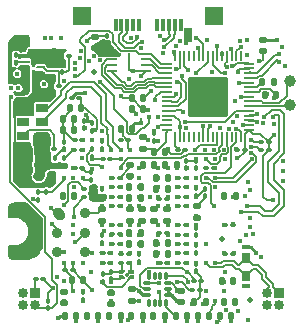
<source format=gbl>
%TF.GenerationSoftware,KiCad,Pcbnew,9.0.0*%
%TF.CreationDate,2025-03-28T20:31:48-04:00*%
%TF.ProjectId,Expansion_Card_Retrofit,45787061-6e73-4696-9f6e-5f436172645f,X1*%
%TF.SameCoordinates,Original*%
%TF.FileFunction,Copper,L8,Bot*%
%TF.FilePolarity,Positive*%
%FSLAX45Y45*%
G04 Gerber Fmt 4.5, Leading zero omitted, Abs format (unit mm)*
G04 Created by KiCad (PCBNEW 9.0.0) date 2025-03-28 20:31:48*
%MOMM*%
%LPD*%
G01*
G04 APERTURE LIST*
G04 Aperture macros list*
%AMRoundRect*
0 Rectangle with rounded corners*
0 $1 Rounding radius*
0 $2 $3 $4 $5 $6 $7 $8 $9 X,Y pos of 4 corners*
0 Add a 4 corners polygon primitive as box body*
4,1,4,$2,$3,$4,$5,$6,$7,$8,$9,$2,$3,0*
0 Add four circle primitives for the rounded corners*
1,1,$1+$1,$2,$3*
1,1,$1+$1,$4,$5*
1,1,$1+$1,$6,$7*
1,1,$1+$1,$8,$9*
0 Add four rect primitives between the rounded corners*
20,1,$1+$1,$2,$3,$4,$5,0*
20,1,$1+$1,$4,$5,$6,$7,0*
20,1,$1+$1,$6,$7,$8,$9,0*
20,1,$1+$1,$8,$9,$2,$3,0*%
%AMHorizOval*
0 Thick line with rounded ends*
0 $1 width*
0 $2 $3 position (X,Y) of the first rounded end (center of the circle)*
0 $4 $5 position (X,Y) of the second rounded end (center of the circle)*
0 Add line between two ends*
20,1,$1,$2,$3,$4,$5,0*
0 Add two circle primitives to create the rounded ends*
1,1,$1,$2,$3*
1,1,$1,$4,$5*%
%AMFreePoly0*
4,1,18,-0.437500,0.050000,-0.433694,0.069134,-0.422855,0.085355,-0.406634,0.096194,-0.387500,0.100000,0.387500,0.100000,0.406634,0.096194,0.422855,0.085355,0.433694,0.069134,0.437500,0.050000,0.437500,-0.050000,0.387500,-0.100000,-0.387500,-0.100000,-0.406634,-0.096194,-0.422855,-0.085355,-0.433694,-0.069134,-0.437500,-0.050000,-0.437500,0.050000,-0.437500,0.050000,$1*%
%AMFreePoly1*
4,1,18,-0.437500,0.050000,-0.433694,0.069134,-0.422855,0.085355,-0.406634,0.096194,-0.387500,0.100000,0.387500,0.100000,0.437500,0.050000,0.437500,-0.050000,0.433694,-0.069134,0.422855,-0.085355,0.406634,-0.096194,0.387500,-0.100000,-0.387500,-0.100000,-0.406634,-0.096194,-0.422855,-0.085355,-0.433694,-0.069134,-0.437500,-0.050000,-0.437500,0.050000,-0.437500,0.050000,$1*%
%AMFreePoly2*
4,1,18,-0.100000,0.387500,-0.096194,0.406634,-0.085355,0.422855,-0.069134,0.433694,-0.050000,0.437500,0.050000,0.437500,0.069134,0.433694,0.085355,0.422855,0.096194,0.406634,0.100000,0.387500,0.100000,-0.387500,0.096194,-0.406634,0.085355,-0.422855,0.069134,-0.433694,0.050000,-0.437500,-0.050000,-0.437500,-0.100000,-0.387500,-0.100000,0.387500,-0.100000,0.387500,$1*%
%AMFreePoly3*
4,1,18,-0.100000,0.387500,-0.096194,0.406634,-0.085355,0.422855,-0.069134,0.433694,-0.050000,0.437500,0.050000,0.437500,0.069134,0.433694,0.085355,0.422855,0.096194,0.406634,0.100000,0.387500,0.100000,-0.387500,0.050000,-0.437500,-0.050000,-0.437500,-0.069134,-0.433694,-0.085355,-0.422855,-0.096194,-0.406634,-0.100000,-0.387500,-0.100000,0.387500,-0.100000,0.387500,$1*%
%AMFreePoly4*
4,1,18,-0.437500,0.050000,-0.387500,0.100000,0.387500,0.100000,0.406634,0.096194,0.422855,0.085355,0.433694,0.069134,0.437500,0.050000,0.437500,-0.050000,0.433694,-0.069134,0.422855,-0.085355,0.406634,-0.096194,0.387500,-0.100000,-0.387500,-0.100000,-0.406634,-0.096194,-0.422855,-0.085355,-0.433694,-0.069134,-0.437500,-0.050000,-0.437500,0.050000,-0.437500,0.050000,$1*%
%AMFreePoly5*
4,1,18,-0.437500,0.050000,-0.433694,0.069134,-0.422855,0.085355,-0.406634,0.096194,-0.387500,0.100000,0.387500,0.100000,0.406634,0.096194,0.422855,0.085355,0.433694,0.069134,0.437500,0.050000,0.437500,-0.050000,0.433694,-0.069134,0.422855,-0.085355,0.406634,-0.096194,0.387500,-0.100000,-0.387500,-0.100000,-0.437500,-0.050000,-0.437500,0.050000,-0.437500,0.050000,$1*%
%AMFreePoly6*
4,1,18,-0.100000,0.387500,-0.096194,0.406634,-0.085355,0.422855,-0.069134,0.433694,-0.050000,0.437500,0.050000,0.437500,0.100000,0.387500,0.100000,-0.387500,0.096194,-0.406634,0.085355,-0.422855,0.069134,-0.433694,0.050000,-0.437500,-0.050000,-0.437500,-0.069134,-0.433694,-0.085355,-0.422855,-0.096194,-0.406634,-0.100000,-0.387500,-0.100000,0.387500,-0.100000,0.387500,$1*%
%AMFreePoly7*
4,1,18,-0.100000,0.387500,-0.050000,0.437500,0.050000,0.437500,0.069134,0.433694,0.085355,0.422855,0.096194,0.406634,0.100000,0.387500,0.100000,-0.387500,0.096194,-0.406634,0.085355,-0.422855,0.069134,-0.433694,0.050000,-0.437500,-0.050000,-0.437500,-0.069134,-0.433694,-0.085355,-0.422855,-0.096194,-0.406634,-0.100000,-0.387500,-0.100000,0.387500,-0.100000,0.387500,$1*%
%AMFreePoly8*
4,1,12,0.260000,-0.029000,0.260000,-0.160000,-0.160000,-0.160000,-0.210000,-0.147000,-0.247000,-0.110000,-0.260000,-0.060000,-0.260000,0.060000,-0.247000,0.110000,-0.210000,0.147000,-0.160000,0.160000,0.071000,0.160000,0.260000,-0.029000,0.260000,-0.029000,$1*%
%AMFreePoly9*
4,1,12,0.260000,0.029000,0.071000,-0.160000,-0.160000,-0.160000,-0.210000,-0.147000,-0.247000,-0.110000,-0.260000,-0.060000,-0.260000,0.060000,-0.247000,0.110000,-0.210000,0.147000,-0.160000,0.160000,0.260000,0.160000,0.260000,0.029000,0.260000,0.029000,$1*%
%AMFreePoly10*
4,1,12,0.210000,0.147000,0.247000,0.110000,0.260000,0.060000,0.260000,-0.060000,0.247000,-0.110000,0.210000,-0.147000,0.160000,-0.160000,-0.071000,-0.160000,-0.260000,0.029000,-0.260000,0.160000,0.160000,0.160000,0.210000,0.147000,0.210000,0.147000,$1*%
%AMFreePoly11*
4,1,12,0.210000,0.147000,0.247000,0.110000,0.260000,0.060000,0.260000,-0.060000,0.247000,-0.110000,0.210000,-0.147000,0.160000,-0.160000,-0.260000,-0.160000,-0.260000,-0.029000,-0.071000,0.160000,0.160000,0.160000,0.210000,0.147000,0.210000,0.147000,$1*%
G04 Aperture macros list end*
%TA.AperFunction,SMDPad,CuDef*%
%ADD10RoundRect,0.100000X0.130000X0.100000X-0.130000X0.100000X-0.130000X-0.100000X0.130000X-0.100000X0*%
%TD*%
%TA.AperFunction,SMDPad,CuDef*%
%ADD11RoundRect,0.140000X-0.170000X0.140000X-0.170000X-0.140000X0.170000X-0.140000X0.170000X0.140000X0*%
%TD*%
%TA.AperFunction,SMDPad,CuDef*%
%ADD12C,0.500000*%
%TD*%
%TA.AperFunction,SMDPad,CuDef*%
%ADD13R,0.380000X1.000000*%
%TD*%
%TA.AperFunction,SMDPad,CuDef*%
%ADD14R,0.700000X1.150000*%
%TD*%
%TA.AperFunction,ComponentPad*%
%ADD15R,0.850000X0.850000*%
%TD*%
%TA.AperFunction,ComponentPad*%
%ADD16O,0.850000X0.850000*%
%TD*%
%TA.AperFunction,SMDPad,CuDef*%
%ADD17R,1.500000X1.500000*%
%TD*%
%TA.AperFunction,SMDPad,CuDef*%
%ADD18RoundRect,0.100000X-0.100000X0.130000X-0.100000X-0.130000X0.100000X-0.130000X0.100000X0.130000X0*%
%TD*%
%TA.AperFunction,SMDPad,CuDef*%
%ADD19RoundRect,0.140000X-0.140000X-0.170000X0.140000X-0.170000X0.140000X0.170000X-0.140000X0.170000X0*%
%TD*%
%TA.AperFunction,SMDPad,CuDef*%
%ADD20RoundRect,0.100000X-0.130000X-0.100000X0.130000X-0.100000X0.130000X0.100000X-0.130000X0.100000X0*%
%TD*%
%TA.AperFunction,SMDPad,CuDef*%
%ADD21RoundRect,0.147500X-0.147500X-0.172500X0.147500X-0.172500X0.147500X0.172500X-0.147500X0.172500X0*%
%TD*%
%TA.AperFunction,SMDPad,CuDef*%
%ADD22RoundRect,0.100000X0.100000X-0.130000X0.100000X0.130000X-0.100000X0.130000X-0.100000X-0.130000X0*%
%TD*%
%TA.AperFunction,SMDPad,CuDef*%
%ADD23C,1.000000*%
%TD*%
%TA.AperFunction,SMDPad,CuDef*%
%ADD24C,0.910000*%
%TD*%
%TA.AperFunction,SMDPad,CuDef*%
%ADD25HorizOval,0.910000X-0.100000X0.100000X0.100000X-0.100000X0*%
%TD*%
%TA.AperFunction,SMDPad,CuDef*%
%ADD26RoundRect,0.140000X0.140000X0.170000X-0.140000X0.170000X-0.140000X-0.170000X0.140000X-0.170000X0*%
%TD*%
%TA.AperFunction,SMDPad,CuDef*%
%ADD27R,1.000000X0.700000*%
%TD*%
%TA.AperFunction,SMDPad,CuDef*%
%ADD28RoundRect,0.147500X0.147500X0.172500X-0.147500X0.172500X-0.147500X-0.172500X0.147500X-0.172500X0*%
%TD*%
%TA.AperFunction,SMDPad,CuDef*%
%ADD29RoundRect,0.062500X0.387500X0.062500X-0.387500X0.062500X-0.387500X-0.062500X0.387500X-0.062500X0*%
%TD*%
%TA.AperFunction,HeatsinkPad*%
%ADD30R,0.200000X1.600000*%
%TD*%
%TA.AperFunction,SMDPad,CuDef*%
%ADD31R,0.650001X0.249999*%
%TD*%
%TA.AperFunction,SMDPad,CuDef*%
%ADD32FreePoly0,270.000000*%
%TD*%
%TA.AperFunction,SMDPad,CuDef*%
%ADD33RoundRect,0.050000X-0.050000X0.387500X-0.050000X-0.387500X0.050000X-0.387500X0.050000X0.387500X0*%
%TD*%
%TA.AperFunction,SMDPad,CuDef*%
%ADD34FreePoly1,270.000000*%
%TD*%
%TA.AperFunction,SMDPad,CuDef*%
%ADD35FreePoly2,270.000000*%
%TD*%
%TA.AperFunction,SMDPad,CuDef*%
%ADD36RoundRect,0.050000X-0.387500X0.050000X-0.387500X-0.050000X0.387500X-0.050000X0.387500X0.050000X0*%
%TD*%
%TA.AperFunction,SMDPad,CuDef*%
%ADD37FreePoly3,270.000000*%
%TD*%
%TA.AperFunction,SMDPad,CuDef*%
%ADD38FreePoly4,270.000000*%
%TD*%
%TA.AperFunction,SMDPad,CuDef*%
%ADD39FreePoly5,270.000000*%
%TD*%
%TA.AperFunction,SMDPad,CuDef*%
%ADD40FreePoly6,270.000000*%
%TD*%
%TA.AperFunction,SMDPad,CuDef*%
%ADD41FreePoly7,270.000000*%
%TD*%
%TA.AperFunction,ComponentPad*%
%ADD42C,0.600000*%
%TD*%
%TA.AperFunction,ComponentPad*%
%ADD43C,0.500000*%
%TD*%
%TA.AperFunction,SMDPad,CuDef*%
%ADD44RoundRect,0.153000X1.547000X1.547000X-1.547000X1.547000X-1.547000X-1.547000X1.547000X-1.547000X0*%
%TD*%
%TA.AperFunction,SMDPad,CuDef*%
%ADD45RoundRect,0.075000X-0.275000X0.390000X-0.275000X-0.390000X0.275000X-0.390000X0.275000X0.390000X0*%
%TD*%
%TA.AperFunction,SMDPad,CuDef*%
%ADD46RoundRect,0.075000X-0.275000X0.075000X-0.275000X-0.075000X0.275000X-0.075000X0.275000X0.075000X0*%
%TD*%
%TA.AperFunction,SMDPad,CuDef*%
%ADD47FreePoly8,180.000000*%
%TD*%
%TA.AperFunction,SMDPad,CuDef*%
%ADD48FreePoly9,180.000000*%
%TD*%
%TA.AperFunction,SMDPad,CuDef*%
%ADD49RoundRect,0.100000X0.106066X0.000000X0.000000X0.106066X-0.106066X0.000000X0.000000X-0.106066X0*%
%TD*%
%TA.AperFunction,SMDPad,CuDef*%
%ADD50FreePoly10,180.000000*%
%TD*%
%TA.AperFunction,SMDPad,CuDef*%
%ADD51FreePoly11,180.000000*%
%TD*%
%TA.AperFunction,SMDPad,CuDef*%
%ADD52RoundRect,0.140000X0.170000X-0.140000X0.170000X0.140000X-0.170000X0.140000X-0.170000X-0.140000X0*%
%TD*%
%TA.AperFunction,SMDPad,CuDef*%
%ADD53RoundRect,0.075000X0.275000X-0.390000X0.275000X0.390000X-0.275000X0.390000X-0.275000X-0.390000X0*%
%TD*%
%TA.AperFunction,SMDPad,CuDef*%
%ADD54RoundRect,0.075000X0.275000X-0.075000X0.275000X0.075000X-0.275000X0.075000X-0.275000X-0.075000X0*%
%TD*%
%TA.AperFunction,SMDPad,CuDef*%
%ADD55RoundRect,0.135000X0.185000X-0.135000X0.185000X0.135000X-0.185000X0.135000X-0.185000X-0.135000X0*%
%TD*%
%TA.AperFunction,SMDPad,CuDef*%
%ADD56RoundRect,0.087500X-0.087500X0.225000X-0.087500X-0.225000X0.087500X-0.225000X0.087500X0.225000X0*%
%TD*%
%TA.AperFunction,SMDPad,CuDef*%
%ADD57RoundRect,0.087500X-0.225000X0.087500X-0.225000X-0.087500X0.225000X-0.087500X0.225000X0.087500X0*%
%TD*%
%TA.AperFunction,ViaPad*%
%ADD58C,0.400000*%
%TD*%
%TA.AperFunction,ViaPad*%
%ADD59C,0.800000*%
%TD*%
%TA.AperFunction,ViaPad*%
%ADD60C,0.500000*%
%TD*%
%TA.AperFunction,Conductor*%
%ADD61C,0.152400*%
%TD*%
%TA.AperFunction,Conductor*%
%ADD62C,0.250000*%
%TD*%
%TA.AperFunction,Conductor*%
%ADD63C,0.254000*%
%TD*%
G04 APERTURE END LIST*
D10*
%TO.P,C112,2*%
%TO.N,GND*%
X896000Y858000D03*
%TO.P,C112,1*%
%TO.N,+1V1*%
X960000Y858000D03*
%TD*%
D11*
%TO.P,C22,2*%
%TO.N,GND*%
X1480000Y207000D03*
%TO.P,C22,1*%
%TO.N,+2V5*%
X1480000Y303000D03*
%TD*%
D12*
%TO.P,FID3,*%
%TO.N,*%
X743000Y2155000D03*
%TD*%
D13*
%TO.P,P1,B1,GND*%
%TO.N,GND*%
X1475000Y2551000D03*
%TO.P,P1,B2,TX2+*%
%TO.N,/TX2_P*%
X1425000Y2551000D03*
%TO.P,P1,B3,TX2-*%
%TO.N,/TX2_N*%
X1375000Y2551000D03*
%TO.P,P1,B4,VBUS*%
%TO.N,Net-(P1-VBUS-PadA4)*%
X1325000Y2551000D03*
%TO.P,P1,B5,VCONN*%
%TO.N,unconnected-(P1-VCONN-PadB5)*%
X1275000Y2551000D03*
%TO.P,P1,B8,SBU2*%
%TO.N,unconnected-(P1-SBU2-PadB8)*%
X1125000Y2551000D03*
%TO.P,P1,B9,VBUS*%
%TO.N,Net-(P1-VBUS-PadA4)*%
X1075000Y2551000D03*
%TO.P,P1,B10,RX1-*%
%TO.N,/RX1_P*%
X1025000Y2551000D03*
%TO.P,P1,B11,RX1+*%
%TO.N,/RX1_N*%
X975000Y2551000D03*
%TO.P,P1,B12,GND*%
%TO.N,GND*%
X925000Y2551000D03*
D14*
%TO.P,P1,S1,SHIELD*%
%TO.N,Net-(P1-SHIELD)*%
X1542000Y2467000D03*
%TD*%
D15*
%TO.P,J4,1,Pin_1*%
%TO.N,/IO_P*%
X2306000Y285000D03*
D16*
%TO.P,J4,2,Pin_2*%
%TO.N,GND*%
X2306000Y185000D03*
%TO.P,J4,3,Pin_3*%
%TO.N,/IO_N*%
X2206000Y285000D03*
%TO.P,J4,4,Pin_4*%
%TO.N,GND*%
X2206000Y185000D03*
%TD*%
D15*
%TO.P,J1,1,Pin_1*%
%TO.N,/RUN*%
X242000Y285000D03*
D16*
%TO.P,J1,2,Pin_2*%
%TO.N,/~{FLASH_CS}*%
X242000Y185000D03*
%TO.P,J1,3,Pin_3*%
%TO.N,GND*%
X142000Y285000D03*
%TO.P,J1,4,Pin_4*%
X142000Y185000D03*
%TD*%
D17*
%TO.P,TP2,1,1*%
%TO.N,GND*%
X645000Y2625000D03*
%TD*%
%TO.P,TP4,1,1*%
%TO.N,GND*%
X1755000Y2625000D03*
%TD*%
D18*
%TO.P,R43,1*%
%TO.N,+2V5*%
X887500Y464500D03*
%TO.P,R43,2*%
%TO.N,/SDA2*%
X887500Y400500D03*
%TD*%
D19*
%TO.P,C66,1*%
%TO.N,+2V5*%
X1844500Y1102500D03*
%TO.P,C66,2*%
%TO.N,GND*%
X1940500Y1102500D03*
%TD*%
D20*
%TO.P,C117,1*%
%TO.N,+1V1*%
X1296000Y790000D03*
%TO.P,C117,2*%
%TO.N,GND*%
X1360000Y790000D03*
%TD*%
D19*
%TO.P,C21,1*%
%TO.N,+2V5*%
X1592000Y205000D03*
%TO.P,C21,2*%
%TO.N,GND*%
X1688000Y205000D03*
%TD*%
D10*
%TO.P,C11,1*%
%TO.N,+2V5*%
X262000Y1505000D03*
%TO.P,C11,2*%
%TO.N,GND*%
X198000Y1505000D03*
%TD*%
D21*
%TO.P,D10,1,K*%
%TO.N,Net-(D10-K)*%
X1619500Y85000D03*
%TO.P,D10,2,A*%
%TO.N,+2V5*%
X1716500Y85000D03*
%TD*%
D22*
%TO.P,C77,1*%
%TO.N,+2V5*%
X1607500Y1338500D03*
%TO.P,C77,2*%
%TO.N,GND*%
X1607500Y1402500D03*
%TD*%
%TO.P,C71,1*%
%TO.N,+2V5*%
X1607500Y626000D03*
%TO.P,C71,2*%
%TO.N,GND*%
X1607500Y690000D03*
%TD*%
D23*
%TO.P,TP6,1,1*%
%TO.N,Net-(U1-SWD)*%
X2400000Y1875000D03*
%TD*%
D24*
%TO.P,MK1,1,GND*%
%TO.N,GND*%
X667000Y960000D03*
%TO.P,MK1,2,LR*%
%TO.N,/MIC_LR*%
X667000Y795000D03*
%TO.P,MK1,3,GND*%
%TO.N,GND*%
X667000Y630000D03*
%TO.P,MK1,4,CLK*%
%TO.N,/MIC_CLK*%
X433000Y630000D03*
%TO.P,MK1,5,DOUT*%
%TO.N,Net-(JP1-A)*%
X433000Y795000D03*
D25*
%TO.P,MK1,6,VDD*%
%TO.N,+2V5*%
X443000Y950000D03*
%TD*%
D26*
%TO.P,C106,1*%
%TO.N,+1V1*%
X1137000Y1086000D03*
%TO.P,C106,2*%
%TO.N,GND*%
X1041000Y1086000D03*
%TD*%
D22*
%TO.P,C53,1*%
%TO.N,+1V1*%
X807500Y1505500D03*
%TO.P,C53,2*%
%TO.N,GND*%
X807500Y1569500D03*
%TD*%
D18*
%TO.P,R25,1*%
%TO.N,GND*%
X486000Y1564000D03*
%TO.P,R25,2*%
%TO.N,Net-(R25-Pad2)*%
X486000Y1500000D03*
%TD*%
D19*
%TO.P,C103,1*%
%TO.N,+1V1*%
X1042000Y790000D03*
%TO.P,C103,2*%
%TO.N,GND*%
X1138000Y790000D03*
%TD*%
D22*
%TO.P,C45,1*%
%TO.N,+2V5*%
X1525000Y1340500D03*
%TO.P,C45,2*%
%TO.N,GND*%
X1525000Y1404500D03*
%TD*%
D27*
%TO.P,Y1,1,ENABLE/DISABLE*%
%TO.N,Net-(Y1-ENABLE{slash}DISABLE)*%
X140000Y1610000D03*
%TO.P,Y1,2,NC*%
%TO.N,unconnected-(Y1-NC-Pad2)*%
X140000Y1730000D03*
%TO.P,Y1,3,GND*%
%TO.N,GND*%
X140000Y1850000D03*
%TO.P,Y1,4,CLK+*%
%TO.N,/SER_CLK_P*%
X300000Y1850000D03*
%TO.P,Y1,5,CLK-*%
%TO.N,/SER_CLK_N*%
X300000Y1730000D03*
%TO.P,Y1,6,VDD*%
%TO.N,+2V5*%
X300000Y1610000D03*
%TD*%
D28*
%TO.P,D5,1,K*%
%TO.N,/K4*%
X780000Y85000D03*
%TO.P,D5,2,A*%
%TO.N,+2V5*%
X683000Y85000D03*
%TD*%
D22*
%TO.P,C33,1*%
%TO.N,+2V5*%
X648000Y226000D03*
%TO.P,C33,2*%
%TO.N,GND*%
X648000Y290000D03*
%TD*%
D20*
%TO.P,R15,1*%
%TO.N,+2V5*%
X343000Y1505000D03*
%TO.P,R15,2*%
%TO.N,Net-(Y1-ENABLE{slash}DISABLE)*%
X407000Y1505000D03*
%TD*%
D29*
%TO.P,U4,1,~{CS}*%
%TO.N,/~{FLASH_CS}*%
X1182750Y2310250D03*
%TO.P,U4,2,SO/SIO1*%
%TO.N,/FLASH_S1*%
X1182750Y2260250D03*
%TO.P,U4,3,~{WP}/SIO2*%
%TO.N,/FLASH_S2*%
X1182750Y2210250D03*
%TO.P,U4,4,GND*%
%TO.N,GND*%
X1182750Y2160250D03*
%TO.P,U4,5,SI/SIO0*%
%TO.N,/FLASH_S0*%
X897750Y2160250D03*
%TO.P,U4,6,SCLK*%
%TO.N,/FLASH_CLK*%
X897750Y2210250D03*
%TO.P,U4,7,~{RESET}/SIO3*%
%TO.N,/FLASH_S3*%
X897750Y2260250D03*
%TO.P,U4,8,VCC*%
%TO.N,+2V5*%
X897750Y2310250D03*
D30*
%TO.P,U4,9,GND*%
%TO.N,GND*%
X1040250Y2235250D03*
%TD*%
D26*
%TO.P,C90,1*%
%TO.N,+1V1*%
X575500Y1760000D03*
%TO.P,C90,2*%
%TO.N,GND*%
X479500Y1760000D03*
%TD*%
D19*
%TO.P,C86,1*%
%TO.N,VBUS*%
X172000Y2007000D03*
%TO.P,C86,2*%
%TO.N,GND*%
X268000Y2007000D03*
%TD*%
D10*
%TO.P,C82,1*%
%TO.N,+1V1*%
X644500Y1337500D03*
%TO.P,C82,2*%
%TO.N,GND*%
X580500Y1337500D03*
%TD*%
D20*
%TO.P,C91,1*%
%TO.N,+1V1*%
X895500Y1177500D03*
%TO.P,C91,2*%
%TO.N,GND*%
X959500Y1177500D03*
%TD*%
D11*
%TO.P,C18,1*%
%TO.N,+2V5*%
X890000Y283000D03*
%TO.P,C18,2*%
%TO.N,GND*%
X890000Y187000D03*
%TD*%
D10*
%TO.P,C29,1*%
%TO.N,+2V5*%
X562000Y475000D03*
%TO.P,C29,2*%
%TO.N,GND*%
X498000Y475000D03*
%TD*%
D31*
%TO.P,U8,1,VIN*%
%TO.N,VBUS*%
X165000Y2092500D03*
%TO.P,U8,2,VIN*%
X165000Y2142500D03*
%TO.P,U8,3,EN*%
X165000Y2192500D03*
%TO.P,U8,4,PG*%
%TO.N,/power_supply/PG_1V1*%
X165000Y2242500D03*
%TO.P,U8,5,VOUT*%
%TO.N,+1V1*%
X165000Y2292500D03*
%TO.P,U8,6,VOUT*%
X290000Y2292500D03*
%TO.P,U8,7,VOUT*%
X290000Y2242500D03*
%TO.P,U8,8,FB*%
%TO.N,Net-(U8-FB)*%
X290000Y2192500D03*
%TO.P,U8,9,GND*%
%TO.N,GND*%
X290000Y2142500D03*
%TO.P,U8,10,GND*%
X290000Y2092500D03*
%TD*%
D18*
%TO.P,R40,1*%
%TO.N,+1V1*%
X80000Y2297000D03*
%TO.P,R40,2*%
%TO.N,/power_supply/PG_1V1*%
X80000Y2233000D03*
%TD*%
%TO.P,R28,1*%
%TO.N,GND*%
X340000Y1202500D03*
%TO.P,R28,2*%
%TO.N,Net-(R27-Pad2)*%
X340000Y1138500D03*
%TD*%
D22*
%TO.P,C28,1*%
%TO.N,+2V5*%
X808000Y1096000D03*
%TO.P,C28,2*%
%TO.N,GND*%
X808000Y1160000D03*
%TD*%
%TO.P,C30,1*%
%TO.N,+2V5*%
X807000Y707000D03*
%TO.P,C30,2*%
%TO.N,GND*%
X807000Y771000D03*
%TD*%
%TO.P,R4,1*%
%TO.N,+2V5*%
X727500Y1436000D03*
%TO.P,R4,2*%
%TO.N,/~{RST}*%
X727500Y1500000D03*
%TD*%
D32*
%TO.P,U1,1,IOVDD*%
%TO.N,+2V5*%
X1427500Y2288750D03*
D33*
%TO.P,U1,2,GPIO0*%
%TO.N,/TX0*%
X1467500Y2288750D03*
%TO.P,U1,3,GPIO1*%
%TO.N,/RX0*%
X1507500Y2288750D03*
%TO.P,U1,4,GPIO2*%
%TO.N,unconnected-(U1-GPIO2-Pad4)*%
X1547500Y2288750D03*
%TO.P,U1,5,GPIO3*%
%TO.N,unconnected-(U1-GPIO3-Pad5)*%
X1587500Y2288750D03*
%TO.P,U1,6,DVDD*%
%TO.N,+1V1*%
X1627500Y2288750D03*
%TO.P,U1,7,GPIO4*%
%TO.N,/TX1*%
X1667500Y2288750D03*
%TO.P,U1,8,GPIO5*%
%TO.N,/RX1*%
X1707500Y2288750D03*
%TO.P,U1,9,GPIO6*%
%TO.N,/TDI*%
X1747500Y2288750D03*
%TO.P,U1,10,GPIO7*%
%TO.N,/TDO*%
X1787500Y2288750D03*
%TO.P,U1,11,IOVDD*%
%TO.N,+2V5*%
X1827500Y2288750D03*
%TO.P,U1,12,GPIO8*%
%TO.N,/TCK*%
X1867500Y2288750D03*
%TO.P,U1,13,GPIO9*%
%TO.N,/TMS*%
X1907500Y2288750D03*
%TO.P,U1,14,GPIO10*%
%TO.N,/~{RST}*%
X1947500Y2288750D03*
D34*
%TO.P,U1,15,GPIO11*%
%TO.N,unconnected-(U1-GPIO11-Pad15)*%
X1987500Y2288750D03*
D35*
%TO.P,U1,16,GPIO12*%
%TO.N,/HSTX_0_P*%
X2051250Y2225000D03*
D36*
%TO.P,U1,17,GPIO13*%
%TO.N,/HSTX_0_N*%
X2051250Y2185000D03*
%TO.P,U1,18,GPIO14*%
%TO.N,/HSTX_1_P*%
X2051250Y2145000D03*
%TO.P,U1,19,GPIO15*%
%TO.N,/HSTX_1_N*%
X2051250Y2105000D03*
%TO.P,U1,20,IOVDD*%
%TO.N,+2V5*%
X2051250Y2065000D03*
%TO.P,U1,21,XIN*%
%TO.N,Net-(U1-XIN)*%
X2051250Y2025000D03*
%TO.P,U1,22,XOUT*%
%TO.N,Net-(U1-XOUT)*%
X2051250Y1985000D03*
%TO.P,U1,23,DVDD*%
%TO.N,+1V1*%
X2051250Y1945000D03*
%TO.P,U1,24,SWCLK*%
%TO.N,Net-(U1-SWCLK)*%
X2051250Y1905000D03*
%TO.P,U1,25,SWD*%
%TO.N,Net-(U1-SWD)*%
X2051250Y1865000D03*
%TO.P,U1,26,RUN*%
%TO.N,/RUN*%
X2051250Y1825000D03*
%TO.P,U1,27,GPIO16*%
%TO.N,/HSTX_2_P*%
X2051250Y1785000D03*
%TO.P,U1,28,GPIO17*%
%TO.N,/HSTX_2_N*%
X2051250Y1745000D03*
%TO.P,U1,29,GPIO18*%
%TO.N,/HSTX_3_P*%
X2051250Y1705000D03*
D37*
%TO.P,U1,30,IOVDD*%
%TO.N,+2V5*%
X2051250Y1665000D03*
D38*
%TO.P,U1,31,GPIO19*%
%TO.N,/HSTX_3_N*%
X1987500Y1601250D03*
D33*
%TO.P,U1,32,GPIO20*%
%TO.N,/CC_CFG_CTRL_CLK*%
X1947500Y1601250D03*
%TO.P,U1,33,GPIO21*%
%TO.N,unconnected-(U1-GPIO21-Pad33)*%
X1907500Y1601250D03*
%TO.P,U1,34,GPIO22*%
%TO.N,/CC_CFG_CTRL_VALID*%
X1867500Y1601250D03*
%TO.P,U1,35,GPIO23*%
%TO.N,/GPIO23_GPOUT1*%
X1827500Y1601250D03*
%TO.P,U1,36,GPIO24*%
%TO.N,/CC_CFG_CTRL_EN*%
X1787500Y1601250D03*
%TO.P,U1,37,GPIO25*%
%TO.N,unconnected-(U1-GPIO25-Pad37)*%
X1747500Y1601250D03*
%TO.P,U1,38,IOVDD*%
%TO.N,+2V5*%
X1707500Y1601250D03*
%TO.P,U1,39,DVDD*%
%TO.N,+1V1*%
X1667500Y1601250D03*
%TO.P,U1,40,GPIO26_ADC0*%
%TO.N,unconnected-(U1-GPIO26_ADC0-Pad40)*%
X1627500Y1601250D03*
%TO.P,U1,41,GPIO27_ADC1*%
%TO.N,unconnected-(U1-GPIO27_ADC1-Pad41)*%
X1587500Y1601250D03*
%TO.P,U1,42,GPIO28_ADC2*%
%TO.N,unconnected-(U1-GPIO28_ADC2-Pad42)*%
X1547500Y1601250D03*
%TO.P,U1,43,GPIO29_ADC3*%
%TO.N,unconnected-(U1-GPIO29_ADC3-Pad43)*%
X1507500Y1601250D03*
%TO.P,U1,44,ADC_AVDD*%
%TO.N,+3V3*%
X1467500Y1601250D03*
D39*
%TO.P,U1,45,IOVDD*%
%TO.N,+2V5*%
X1427500Y1601250D03*
D40*
%TO.P,U1,46,VREG_AVDD*%
%TO.N,Net-(U1-VREG_AVDD)*%
X1363750Y1665000D03*
D36*
%TO.P,U1,47,VREG_PGND*%
%TO.N,GND*%
X1363750Y1705000D03*
%TO.P,U1,48,VREG_LX*%
%TO.N,unconnected-(U1-VREG_LX-Pad48)*%
X1363750Y1745000D03*
%TO.P,U1,49,VREG_VIN*%
%TO.N,+3V3*%
X1363750Y1785000D03*
%TO.P,U1,50,VREG_FB*%
%TO.N,+1V1*%
X1363750Y1825000D03*
%TO.P,U1,51,USB_DM*%
%TO.N,/USB_DN*%
X1363750Y1865000D03*
%TO.P,U1,52,USB_DP*%
%TO.N,/USB_DP*%
X1363750Y1905000D03*
%TO.P,U1,53,USB_OTP_VDD*%
%TO.N,+3V3*%
X1363750Y1945000D03*
%TO.P,U1,54,QSPI_IOVDD*%
%TO.N,+2V5*%
X1363750Y1985000D03*
%TO.P,U1,55,QSPI_SD3*%
%TO.N,/FLASH_S3*%
X1363750Y2025000D03*
%TO.P,U1,56,QSPI_SCLK*%
%TO.N,/FLASH_CLK*%
X1363750Y2065000D03*
%TO.P,U1,57,QSPI_SD0*%
%TO.N,/FLASH_S0*%
X1363750Y2105000D03*
%TO.P,U1,58,QSPI_SD2*%
%TO.N,/FLASH_S2*%
X1363750Y2145000D03*
%TO.P,U1,59,QSPI_SD1*%
%TO.N,/FLASH_S1*%
X1363750Y2185000D03*
D41*
%TO.P,U1,60,QSPI_SS*%
%TO.N,/~{FLASH_CS}*%
X1363750Y2225000D03*
D42*
%TO.P,U1,61,GND*%
%TO.N,GND*%
X1845000Y2082500D03*
D43*
X1707500Y2082500D03*
X1570000Y2082500D03*
D42*
X1845000Y1945000D03*
X1707500Y1945000D03*
D44*
X1707500Y1945000D03*
D42*
X1570000Y1945000D03*
X1845000Y1807500D03*
X1707500Y1807500D03*
X1570000Y1807500D03*
%TD*%
D10*
%TO.P,R30,1*%
%TO.N,Net-(U2A-GND{slash}SER_TX1_P)*%
X642000Y1577500D03*
%TO.P,R30,2*%
%TO.N,GND*%
X578000Y1577500D03*
%TD*%
%TO.P,R19,1*%
%TO.N,+2V5*%
X1637000Y310000D03*
%TO.P,R19,2*%
%TO.N,/SDA0*%
X1573000Y310000D03*
%TD*%
D22*
%TO.P,R22,1*%
%TO.N,Net-(U2H-POR_ADJ)*%
X727500Y1655500D03*
%TO.P,R22,2*%
%TO.N,GND*%
X727500Y1719500D03*
%TD*%
D20*
%TO.P,C94,1*%
%TO.N,+1V1*%
X1455000Y778000D03*
%TO.P,C94,2*%
%TO.N,GND*%
X1519000Y778000D03*
%TD*%
D11*
%TO.P,C34,1*%
%TO.N,+2V5*%
X485000Y295500D03*
%TO.P,C34,2*%
%TO.N,GND*%
X485000Y199500D03*
%TD*%
D10*
%TO.P,C97,1*%
%TO.N,+1V1*%
X1519000Y698000D03*
%TO.P,C97,2*%
%TO.N,GND*%
X1455000Y698000D03*
%TD*%
%TO.P,R39,1*%
%TO.N,+2V5*%
X2222000Y1561000D03*
%TO.P,R39,2*%
%TO.N,/CFG_MD3{slash}IO_WA_B1*%
X2158000Y1561000D03*
%TD*%
D12*
%TO.P,FID1,*%
%TO.N,*%
X1823000Y743000D03*
%TD*%
D45*
%TO.P,D15,1,K*%
%TO.N,/IO_N*%
X2031000Y429500D03*
D46*
%TO.P,D15,2,A*%
%TO.N,GND*%
X2031000Y341000D03*
%TD*%
D26*
%TO.P,C12,1*%
%TO.N,+2V5*%
X295500Y1420000D03*
%TO.P,C12,2*%
%TO.N,GND*%
X199500Y1420000D03*
%TD*%
D10*
%TO.P,R34,1*%
%TO.N,+2V5*%
X2017000Y1495000D03*
%TO.P,R34,2*%
%TO.N,/POR_EN*%
X1953000Y1495000D03*
%TD*%
D20*
%TO.P,C98,1*%
%TO.N,+1V1*%
X1454500Y1178000D03*
%TO.P,C98,2*%
%TO.N,GND*%
X1518500Y1178000D03*
%TD*%
%TO.P,C87,1*%
%TO.N,+1V1*%
X463000Y2292500D03*
%TO.P,C87,2*%
%TO.N,Net-(U8-FB)*%
X527000Y2292500D03*
%TD*%
D19*
%TO.P,C73,1*%
%TO.N,+2V5*%
X1826000Y381000D03*
%TO.P,C73,2*%
%TO.N,GND*%
X1922000Y381000D03*
%TD*%
D20*
%TO.P,C38,1*%
%TO.N,+2V5*%
X815500Y1417500D03*
%TO.P,C38,2*%
%TO.N,GND*%
X879500Y1417500D03*
%TD*%
D19*
%TO.P,C74,1*%
%TO.N,+2V5*%
X1844000Y205000D03*
%TO.P,C74,2*%
%TO.N,GND*%
X1940000Y205000D03*
%TD*%
D10*
%TO.P,C64,1*%
%TO.N,+1V1*%
X639500Y1497500D03*
%TO.P,C64,2*%
%TO.N,GND*%
X575500Y1497500D03*
%TD*%
D22*
%TO.P,R26,1*%
%TO.N,+2V5*%
X415000Y1360000D03*
%TO.P,R26,2*%
%TO.N,Net-(R25-Pad2)*%
X415000Y1424000D03*
%TD*%
D20*
%TO.P,C63,1*%
%TO.N,+1V1*%
X968000Y1577500D03*
%TO.P,C63,2*%
%TO.N,GND*%
X1032000Y1577500D03*
%TD*%
D10*
%TO.P,C92,1*%
%TO.N,+1V1*%
X1519000Y1258000D03*
%TO.P,C92,2*%
%TO.N,GND*%
X1455000Y1258000D03*
%TD*%
D26*
%TO.P,C14,1*%
%TO.N,VBUS*%
X1158000Y1936000D03*
%TO.P,C14,2*%
%TO.N,GND*%
X1062000Y1936000D03*
%TD*%
D20*
%TO.P,C68,1*%
%TO.N,+2V5*%
X1853000Y857500D03*
%TO.P,C68,2*%
%TO.N,GND*%
X1917000Y857500D03*
%TD*%
D26*
%TO.P,C26,1*%
%TO.N,+2V5*%
X574000Y1102000D03*
%TO.P,C26,2*%
%TO.N,GND*%
X478000Y1102000D03*
%TD*%
D11*
%TO.P,C17,1*%
%TO.N,+2V5*%
X1060000Y313000D03*
%TO.P,C17,2*%
%TO.N,GND*%
X1060000Y217000D03*
%TD*%
D20*
%TO.P,C111,1*%
%TO.N,+1V1*%
X895000Y1018000D03*
%TO.P,C111,2*%
%TO.N,GND*%
X959000Y1018000D03*
%TD*%
D22*
%TO.P,C76,1*%
%TO.N,+2V5*%
X1682500Y1100500D03*
%TO.P,C76,2*%
%TO.N,GND*%
X1682500Y1164500D03*
%TD*%
D10*
%TO.P,R20,1*%
%TO.N,+2V5*%
X1652000Y385000D03*
%TO.P,R20,2*%
%TO.N,/SCL0*%
X1588000Y385000D03*
%TD*%
D28*
%TO.P,D2,1,K*%
%TO.N,/K1*%
X1342250Y85000D03*
%TO.P,D2,2,A*%
%TO.N,+2V5*%
X1245250Y85000D03*
%TD*%
D20*
%TO.P,R31,1*%
%TO.N,+2V5*%
X553500Y1937500D03*
%TO.P,R31,2*%
%TO.N,Net-(U2H-POR_ADJ)*%
X617500Y1937500D03*
%TD*%
%TO.P,C96,1*%
%TO.N,+1V1*%
X896000Y779000D03*
%TO.P,C96,2*%
%TO.N,GND*%
X960000Y779000D03*
%TD*%
D22*
%TO.P,C46,1*%
%TO.N,+2V5*%
X850000Y2398000D03*
%TO.P,C46,2*%
%TO.N,GND*%
X850000Y2462000D03*
%TD*%
D10*
%TO.P,C75,1*%
%TO.N,+2V5*%
X1757000Y1337500D03*
%TO.P,C75,2*%
%TO.N,GND*%
X1693000Y1337500D03*
%TD*%
%TO.P,R17,1*%
%TO.N,+2V5*%
X312000Y405000D03*
%TO.P,R17,2*%
%TO.N,/RUN*%
X248000Y405000D03*
%TD*%
D11*
%TO.P,C107,1*%
%TO.N,+1V1*%
X1253000Y991000D03*
%TO.P,C107,2*%
%TO.N,GND*%
X1253000Y895000D03*
%TD*%
D47*
%TO.P,U10,1,GND*%
%TO.N,GND*%
X1059000Y463000D03*
D48*
%TO.P,U10,2,SCL*%
%TO.N,/SCL2*%
X1059000Y415000D03*
D49*
%TO.P,U10,3,ADD0*%
%TO.N,GND*%
X1020000Y439000D03*
D50*
%TO.P,U10,4,SDA*%
%TO.N,/SDA2*%
X981000Y415000D03*
D51*
%TO.P,U10,5,V+*%
%TO.N,+2V5*%
X981000Y463000D03*
%TD*%
D52*
%TO.P,C40,1*%
%TO.N,+2V5*%
X1050000Y1271500D03*
%TO.P,C40,2*%
%TO.N,GND*%
X1050000Y1367500D03*
%TD*%
D19*
%TO.P,C8,1*%
%TO.N,GND*%
X2188000Y1961000D03*
%TO.P,C8,2*%
%TO.N,Net-(U1-XOUT)*%
X2284000Y1961000D03*
%TD*%
D26*
%TO.P,C13,1*%
%TO.N,+2V5*%
X295000Y1327500D03*
%TO.P,C13,2*%
%TO.N,GND*%
X199000Y1327500D03*
%TD*%
D18*
%TO.P,R44,1*%
%TO.N,+2V5*%
X817500Y444500D03*
%TO.P,R44,2*%
%TO.N,/SCL2*%
X817500Y380500D03*
%TD*%
D26*
%TO.P,C35,1*%
%TO.N,+2V5*%
X650500Y392500D03*
%TO.P,C35,2*%
%TO.N,GND*%
X554500Y392500D03*
%TD*%
D10*
%TO.P,R38,1*%
%TO.N,+2V5*%
X2222000Y1490000D03*
%TO.P,R38,2*%
%TO.N,/CFG_MD2{slash}IO_WA_A1*%
X2158000Y1490000D03*
%TD*%
%TO.P,C32,1*%
%TO.N,+2V5*%
X879000Y618000D03*
%TO.P,C32,2*%
%TO.N,GND*%
X815000Y618000D03*
%TD*%
D12*
%TO.P,FID2,*%
%TO.N,*%
X2061000Y221000D03*
%TD*%
D10*
%TO.P,C93,1*%
%TO.N,+1V1*%
X960500Y698000D03*
%TO.P,C93,2*%
%TO.N,GND*%
X896500Y698000D03*
%TD*%
D52*
%TO.P,C57,1*%
%TO.N,+2V5*%
X2170000Y2329500D03*
%TO.P,C57,2*%
%TO.N,GND*%
X2170000Y2425500D03*
%TD*%
D22*
%TO.P,C70,1*%
%TO.N,+2V5*%
X1607500Y465500D03*
%TO.P,C70,2*%
%TO.N,GND*%
X1607500Y529500D03*
%TD*%
D20*
%TO.P,C31,1*%
%TO.N,+2V5*%
X815000Y539000D03*
%TO.P,C31,2*%
%TO.N,GND*%
X879000Y539000D03*
%TD*%
D52*
%TO.P,C109,1*%
%TO.N,+1V1*%
X1151000Y895000D03*
%TO.P,C109,2*%
%TO.N,GND*%
X1151000Y991000D03*
%TD*%
D22*
%TO.P,C19,1*%
%TO.N,+2V5*%
X1127000Y546000D03*
%TO.P,C19,2*%
%TO.N,GND*%
X1127000Y610000D03*
%TD*%
D11*
%TO.P,C110,1*%
%TO.N,+1V1*%
X1051000Y991000D03*
%TO.P,C110,2*%
%TO.N,GND*%
X1051000Y895000D03*
%TD*%
D52*
%TO.P,C108,1*%
%TO.N,+1V1*%
X1358000Y895000D03*
%TO.P,C108,2*%
%TO.N,GND*%
X1358000Y991000D03*
%TD*%
D19*
%TO.P,C15,1*%
%TO.N,+3V3*%
X1062000Y1842500D03*
%TO.P,C15,2*%
%TO.N,GND*%
X1158000Y1842500D03*
%TD*%
D22*
%TO.P,C69,1*%
%TO.N,+2V5*%
X1607500Y773000D03*
%TO.P,C69,2*%
%TO.N,GND*%
X1607500Y837000D03*
%TD*%
D26*
%TO.P,C52,1*%
%TO.N,Net-(U2H-POR_ADJ)*%
X636000Y1852500D03*
%TO.P,C52,2*%
%TO.N,GND*%
X540000Y1852500D03*
%TD*%
D11*
%TO.P,C65,1*%
%TO.N,+2V5*%
X1615000Y1018000D03*
%TO.P,C65,2*%
%TO.N,GND*%
X1615000Y922000D03*
%TD*%
D52*
%TO.P,C47,1*%
%TO.N,+2V5*%
X750000Y2355000D03*
%TO.P,C47,2*%
%TO.N,GND*%
X750000Y2451000D03*
%TD*%
D10*
%TO.P,R42,1*%
%TO.N,+2V5*%
X724500Y1092500D03*
%TO.P,R42,2*%
%TO.N,/SDA1*%
X660500Y1092500D03*
%TD*%
D53*
%TO.P,D16,1,K*%
%TO.N,/IO_P*%
X2032000Y582500D03*
D54*
%TO.P,D16,2,A*%
%TO.N,GND*%
X2032000Y671000D03*
%TD*%
D22*
%TO.P,R27,1*%
%TO.N,+2V5*%
X270000Y1070500D03*
%TO.P,R27,2*%
%TO.N,Net-(R27-Pad2)*%
X270000Y1134500D03*
%TD*%
D10*
%TO.P,C23,1*%
%TO.N,+2V5*%
X1518500Y538000D03*
%TO.P,C23,2*%
%TO.N,GND*%
X1454500Y538000D03*
%TD*%
D26*
%TO.P,C101,1*%
%TO.N,+1V1*%
X1367000Y709000D03*
%TO.P,C101,2*%
%TO.N,GND*%
X1271000Y709000D03*
%TD*%
%TO.P,C42,1*%
%TO.N,+2V5*%
X1068000Y1675000D03*
%TO.P,C42,2*%
%TO.N,GND*%
X972000Y1675000D03*
%TD*%
D28*
%TO.P,D4,1,K*%
%TO.N,/K3*%
X967250Y85000D03*
%TO.P,D4,2,A*%
%TO.N,+2V5*%
X870250Y85000D03*
%TD*%
D55*
%TO.P,R3,1*%
%TO.N,Net-(U1-VREG_AVDD)*%
X1157500Y1506000D03*
%TO.P,R3,2*%
%TO.N,+3V3*%
X1157500Y1608000D03*
%TD*%
D10*
%TO.P,C116,1*%
%TO.N,+1V1*%
X1359500Y1080000D03*
%TO.P,C116,2*%
%TO.N,GND*%
X1295500Y1080000D03*
%TD*%
D20*
%TO.P,C16,1*%
%TO.N,+2V5*%
X975000Y539000D03*
%TO.P,C16,2*%
%TO.N,GND*%
X1039000Y539000D03*
%TD*%
D56*
%TO.P,U9,1,SDO/SA0*%
%TO.N,+2V5*%
X1205000Y431250D03*
%TO.P,U9,2,SDx*%
%TO.N,unconnected-(U9-SDx-Pad2)*%
X1255000Y431250D03*
%TO.P,U9,3,SCx*%
%TO.N,unconnected-(U9-SCx-Pad3)*%
X1305000Y431250D03*
%TO.P,U9,4,INT1*%
%TO.N,/IMU_INT1*%
X1355000Y431250D03*
D57*
%TO.P,U9,5,VDDIO*%
%TO.N,+2V5*%
X1371250Y365000D03*
%TO.P,U9,6,GND*%
%TO.N,GND*%
X1371250Y315000D03*
%TO.P,U9,7,GND*%
X1371250Y265000D03*
D56*
%TO.P,U9,8,VDD*%
%TO.N,+2V5*%
X1355000Y198750D03*
%TO.P,U9,9,INT2*%
%TO.N,/IMU_INT2*%
X1305000Y198750D03*
%TO.P,U9,10,OCS_AUX*%
%TO.N,unconnected-(U9-OCS_AUX-Pad10)*%
X1255000Y198750D03*
%TO.P,U9,11,SDO_AUX*%
%TO.N,unconnected-(U9-SDO_AUX-Pad11)*%
X1205000Y198750D03*
D57*
%TO.P,U9,12,CS*%
%TO.N,+2V5*%
X1188750Y265000D03*
%TO.P,U9,13,SCL*%
%TO.N,/SCL0*%
X1188750Y315000D03*
%TO.P,U9,14,SDA*%
%TO.N,/SDA0*%
X1188750Y365000D03*
%TD*%
D10*
%TO.P,R41,1*%
%TO.N,+2V5*%
X724500Y1167500D03*
%TO.P,R41,2*%
%TO.N,/SCL1*%
X660500Y1167500D03*
%TD*%
D20*
%TO.P,C44,1*%
%TO.N,+2V5*%
X1453000Y1497500D03*
%TO.P,C44,2*%
%TO.N,GND*%
X1517000Y1497500D03*
%TD*%
D26*
%TO.P,C105,1*%
%TO.N,+1V1*%
X1367000Y1259000D03*
%TO.P,C105,2*%
%TO.N,GND*%
X1271000Y1259000D03*
%TD*%
D20*
%TO.P,C72,1*%
%TO.N,+2V5*%
X1853500Y617500D03*
%TO.P,C72,2*%
%TO.N,GND*%
X1917500Y617500D03*
%TD*%
D23*
%TO.P,TP5,1,1*%
%TO.N,Net-(U1-SWCLK)*%
X2400000Y2075000D03*
%TD*%
D22*
%TO.P,C43,1*%
%TO.N,+2V5*%
X1252500Y1570500D03*
%TO.P,C43,2*%
%TO.N,GND*%
X1252500Y1634500D03*
%TD*%
D10*
%TO.P,C95,1*%
%TO.N,+1V1*%
X959500Y1098000D03*
%TO.P,C95,2*%
%TO.N,GND*%
X895500Y1098000D03*
%TD*%
%TO.P,R35,1*%
%TO.N,Net-(U8-FB)*%
X442000Y2035000D03*
%TO.P,R35,2*%
%TO.N,GND*%
X378000Y2035000D03*
%TD*%
D19*
%TO.P,C104,1*%
%TO.N,+1V1*%
X1271000Y617000D03*
%TO.P,C104,2*%
%TO.N,GND*%
X1367000Y617000D03*
%TD*%
%TO.P,C102,1*%
%TO.N,+1V1*%
X1271000Y1167000D03*
%TO.P,C102,2*%
%TO.N,GND*%
X1367000Y1167000D03*
%TD*%
D26*
%TO.P,C89,1*%
%TO.N,+1V1*%
X575500Y1665000D03*
%TO.P,C89,2*%
%TO.N,GND*%
X479500Y1665000D03*
%TD*%
D20*
%TO.P,C37,1*%
%TO.N,+2V5*%
X895500Y1257500D03*
%TO.P,C37,2*%
%TO.N,GND*%
X959500Y1257500D03*
%TD*%
D21*
%TO.P,D11,1,K*%
%TO.N,GND*%
X1807000Y85000D03*
%TO.P,D11,2,A*%
%TO.N,Net-(D11-A)*%
X1904000Y85000D03*
%TD*%
D22*
%TO.P,C36,1*%
%TO.N,+2V5*%
X487500Y1360500D03*
%TO.P,C36,2*%
%TO.N,GND*%
X487500Y1424500D03*
%TD*%
D28*
%TO.P,D1,1,K*%
%TO.N,/K0*%
X1529750Y85000D03*
%TO.P,D1,2,A*%
%TO.N,+2V5*%
X1432750Y85000D03*
%TD*%
D52*
%TO.P,C27,1*%
%TO.N,+2V5*%
X809000Y895000D03*
%TO.P,C27,2*%
%TO.N,GND*%
X809000Y991000D03*
%TD*%
D18*
%TO.P,C67,1*%
%TO.N,+2V5*%
X1607500Y1170000D03*
%TO.P,C67,2*%
%TO.N,GND*%
X1607500Y1106000D03*
%TD*%
%TO.P,R12,1*%
%TO.N,+2V5*%
X350000Y219000D03*
%TO.P,R12,2*%
%TO.N,/~{FLASH_CS}*%
X350000Y155000D03*
%TD*%
D22*
%TO.P,R29,1*%
%TO.N,Net-(U2A-GND{slash}SER_TX1_N)*%
X655000Y1678000D03*
%TO.P,R29,2*%
%TO.N,GND*%
X655000Y1742000D03*
%TD*%
D26*
%TO.P,C100,1*%
%TO.N,+1V1*%
X1138000Y698000D03*
%TO.P,C100,2*%
%TO.N,GND*%
X1042000Y698000D03*
%TD*%
D10*
%TO.P,C25,1*%
%TO.N,+2V5*%
X1363000Y536000D03*
%TO.P,C25,2*%
%TO.N,GND*%
X1299000Y536000D03*
%TD*%
D28*
%TO.P,D6,1,K*%
%TO.N,/K5*%
X592500Y85000D03*
%TO.P,D6,2,A*%
%TO.N,+2V5*%
X495500Y85000D03*
%TD*%
D20*
%TO.P,C24,1*%
%TO.N,+2V5*%
X1454500Y619000D03*
%TO.P,C24,2*%
%TO.N,GND*%
X1518500Y619000D03*
%TD*%
D19*
%TO.P,C41,1*%
%TO.N,+2V5*%
X1345000Y1367500D03*
%TO.P,C41,2*%
%TO.N,GND*%
X1441000Y1367500D03*
%TD*%
D20*
%TO.P,C114,1*%
%TO.N,+1V1*%
X1454500Y1019000D03*
%TO.P,C114,2*%
%TO.N,GND*%
X1518500Y1019000D03*
%TD*%
D19*
%TO.P,C99,1*%
%TO.N,+1V1*%
X1041000Y1177500D03*
%TO.P,C99,2*%
%TO.N,GND*%
X1137000Y1177500D03*
%TD*%
D18*
%TO.P,R24,1*%
%TO.N,+1V1*%
X470000Y2217000D03*
%TO.P,R24,2*%
%TO.N,Net-(U8-FB)*%
X470000Y2153000D03*
%TD*%
D26*
%TO.P,C7,1*%
%TO.N,GND*%
X2263000Y2072500D03*
%TO.P,C7,2*%
%TO.N,Net-(U1-XIN)*%
X2167000Y2072500D03*
%TD*%
D10*
%TO.P,C20,1*%
%TO.N,+2V5*%
X1039000Y617000D03*
%TO.P,C20,2*%
%TO.N,GND*%
X975000Y617000D03*
%TD*%
%TO.P,C115,1*%
%TO.N,+1V1*%
X1519500Y858000D03*
%TO.P,C115,2*%
%TO.N,GND*%
X1455500Y858000D03*
%TD*%
D11*
%TO.P,C88,1*%
%TO.N,+1V1*%
X387500Y2210500D03*
%TO.P,C88,2*%
%TO.N,GND*%
X387500Y2114500D03*
%TD*%
D28*
%TO.P,D3,1,K*%
%TO.N,/K2*%
X1154750Y85000D03*
%TO.P,D3,2,A*%
%TO.N,+2V5*%
X1057750Y85000D03*
%TD*%
D19*
%TO.P,C39,1*%
%TO.N,+2V5*%
X1154500Y1367500D03*
%TO.P,C39,2*%
%TO.N,GND*%
X1250500Y1367500D03*
%TD*%
%TO.P,C6,1*%
%TO.N,Net-(U1-VREG_AVDD)*%
X1249000Y1480000D03*
%TO.P,C6,2*%
%TO.N,GND*%
X1345000Y1480000D03*
%TD*%
D18*
%TO.P,R16,1*%
%TO.N,+1V1*%
X717000Y1305000D03*
%TO.P,R16,2*%
%TO.N,Net-(U2G-NC{slash}VDD_SER)*%
X717000Y1241000D03*
%TD*%
D10*
%TO.P,C113,1*%
%TO.N,+1V1*%
X1519000Y1098000D03*
%TO.P,C113,2*%
%TO.N,GND*%
X1455000Y1098000D03*
%TD*%
D58*
%TO.N,GND*%
X1740000Y2155000D03*
%TO.N,/HSTX_0_P*%
X1914283Y2204657D03*
%TO.N,/TCK*%
X1864973Y2196382D03*
%TO.N,/TDI*%
X1850000Y2145160D03*
%TO.N,/HSTX_0_N*%
X1963781Y2155159D03*
%TO.N,/TX0*%
X1437500Y2180113D03*
%TO.N,GND*%
X1300000Y2460000D03*
X1517656Y1678906D03*
%TO.N,+3V3*%
X1468000Y1686000D03*
%TO.N,GND*%
X830960Y808083D03*
X807000Y1018000D03*
D59*
X75000Y630000D03*
X225000Y705000D03*
X225000Y905000D03*
X75000Y980000D03*
D58*
X487000Y1098000D03*
X487000Y1658000D03*
X727000Y1578000D03*
X2270000Y1715000D03*
X565000Y782500D03*
X373000Y2035000D03*
X2342000Y1232000D03*
X1367500Y1502500D03*
X1324000Y2316000D03*
X2342000Y1319000D03*
X887000Y858000D03*
X1287000Y1098000D03*
X380000Y2440000D03*
X1927000Y378000D03*
X1287000Y698000D03*
X967000Y618000D03*
X792780Y2253709D03*
X1056000Y2442000D03*
X1047000Y538000D03*
X567000Y1498000D03*
X2031000Y341000D03*
X1367000Y1018000D03*
X887000Y1098000D03*
X1447000Y218000D03*
X1447000Y858000D03*
X1287000Y538000D03*
X1687000Y1338000D03*
X1250000Y1658000D03*
X1607500Y1415000D03*
X1607000Y538000D03*
X1786840Y40003D03*
X569119Y1182301D03*
X967000Y1418000D03*
X887000Y218000D03*
X1047000Y858000D03*
X1447000Y1098000D03*
X1127000Y778000D03*
X807000Y1658000D03*
X1927000Y218000D03*
X561151Y301261D03*
X487000Y538000D03*
X1127000Y1018000D03*
X2117500Y622500D03*
X630000Y2329000D03*
D60*
X1798650Y2672450D03*
D58*
X567000Y1258000D03*
X887000Y538000D03*
D60*
X598500Y2672450D03*
D58*
X1127000Y218000D03*
X1285771Y1691968D03*
X2360000Y2205000D03*
X807000Y618000D03*
X1367000Y618000D03*
X1137278Y2121722D03*
X925000Y2551000D03*
X325000Y2440000D03*
X1287000Y858000D03*
X1367000Y778000D03*
X967000Y1258000D03*
X1447000Y538000D03*
X1668000Y193000D03*
X2090000Y785000D03*
X2050000Y1225000D03*
X1527000Y778000D03*
X887000Y698000D03*
X1367000Y1178000D03*
X1527000Y1018000D03*
X1920000Y865000D03*
X568000Y1338000D03*
X1447000Y698000D03*
X1047000Y1098000D03*
X1127000Y618000D03*
X1915624Y1099191D03*
X1287000Y1258000D03*
X975000Y1952500D03*
X1142092Y2359000D03*
X647000Y298000D03*
X580000Y2178000D03*
X2159000Y584000D03*
X1610000Y932500D03*
X1287000Y1338000D03*
X1075000Y2160250D03*
X1200000Y1833080D03*
X1883160Y1675000D03*
X807000Y1168266D03*
X2290000Y2425000D03*
X487000Y218000D03*
D60*
X693750Y2672450D03*
D58*
X1127000Y1178000D03*
X1607000Y1098000D03*
D60*
X1709750Y2672450D03*
D58*
X1047000Y698000D03*
X385000Y1260000D03*
X1955070Y1782620D03*
X1527000Y1178000D03*
X2263000Y2072500D03*
X676000Y1789000D03*
X2173296Y1720725D03*
X2342000Y1401000D03*
X2045000Y51000D03*
X117120Y1512120D03*
X1927000Y618000D03*
X679207Y2417000D03*
X2210379Y1972100D03*
X807000Y1578000D03*
X1607000Y858000D03*
X725000Y618000D03*
X967000Y1018000D03*
X642847Y1423962D03*
X2330000Y2367000D03*
X1475000Y2551000D03*
X1447000Y1258000D03*
X967000Y1178000D03*
X967000Y778000D03*
X197500Y1255000D03*
X1447000Y1338000D03*
X1527000Y618000D03*
X1047000Y1498000D03*
X1607000Y698000D03*
%TO.N,VBUS*%
X80000Y2392000D03*
X2040000Y2294000D03*
X38288Y2337862D03*
X1225368Y1997000D03*
X2040000Y2424000D03*
X1975000Y2420000D03*
%TO.N,/USB_DP*%
X1441287Y2073787D03*
%TO.N,Net-(D10-K)*%
X1619500Y50000D03*
%TO.N,/SCL1*%
X487222Y1027706D03*
%TO.N,Net-(U1-XIN)*%
X2167000Y2072500D03*
%TO.N,Net-(U1-XOUT)*%
X2265500Y1930000D03*
%TO.N,/K0*%
X1529500Y50000D03*
%TO.N,/K1*%
X1342500Y50000D03*
%TO.N,/K2*%
X1155000Y50000D03*
%TO.N,/K3*%
X967500Y50000D03*
%TO.N,/GPIO23_GPOUT1*%
X967000Y1338000D03*
%TO.N,Net-(P1-VBUS-PadA4)*%
X1702500Y2425000D03*
X1075000Y2551000D03*
X1325000Y2551000D03*
%TO.N,/CC_CFG_CTRL_EN*%
X1597266Y1498000D03*
X1960000Y127500D03*
%TO.N,/TX2_P*%
X1338000Y2364000D03*
X623713Y2273713D03*
%TO.N,/CC_CFG_CTRL_CLK*%
X1847000Y298000D03*
X1757266Y1018000D03*
%TO.N,/CC_CFG_CTRL_VALID*%
X1847500Y457500D03*
X1688983Y1418434D03*
%TO.N,Net-(D11-A)*%
X1904000Y50000D03*
%TO.N,Net-(U2H-POR_ADJ)*%
X753894Y1660887D03*
%TO.N,/power_supply/PG_2V5*%
X795000Y2070192D03*
X92500Y2140000D03*
X1204000Y1771896D03*
%TO.N,/TX2_N*%
X581287Y2231287D03*
X1338000Y2424000D03*
%TO.N,/RUN*%
X1513000Y1732000D03*
%TO.N,+1V1*%
X967000Y698000D03*
X1447000Y778000D03*
X887000Y778000D03*
X807000Y1498000D03*
X1447000Y1178000D03*
X1625000Y2355000D03*
X645776Y1334480D03*
X1287000Y778000D03*
X1367000Y858000D03*
X1497500Y1817500D03*
X1527000Y1258000D03*
X1047000Y1018000D03*
X647000Y1498000D03*
X1527000Y1098000D03*
X1527000Y698000D03*
X1047000Y1178000D03*
X1367000Y1098000D03*
X1287000Y618000D03*
X1287000Y1178000D03*
X1127000Y858000D03*
X1985000Y1945000D03*
X1367000Y698000D03*
X1447000Y1018000D03*
X1367000Y1258000D03*
X1047000Y778000D03*
X725000Y1330000D03*
X887000Y1178000D03*
X200000Y2330000D03*
X1127000Y1258000D03*
X567000Y1658000D03*
X1287000Y1018000D03*
X967000Y1098000D03*
X967000Y1578000D03*
X887000Y1018000D03*
X1127000Y698000D03*
X1527000Y858000D03*
X1127000Y1098000D03*
X967000Y858000D03*
X400000Y2337500D03*
X1667500Y1694220D03*
%TO.N,/RX2_P*%
X1467768Y2417752D03*
X743713Y2291213D03*
%TO.N,/USB_DN*%
X1483713Y2116213D03*
%TO.N,/RX1_N*%
X1149311Y2411191D03*
%TO.N,Net-(P1-SHIELD)*%
X1524169Y2403041D03*
X466576Y2445544D03*
%TO.N,/RX2_N*%
X1437392Y2373137D03*
X701287Y2248787D03*
%TO.N,Net-(U2B-IO_WA_A2{slash}~{CFG_FAILED})*%
X1690000Y297500D03*
X1770000Y1180000D03*
X1807500Y1680000D03*
X1687500Y700000D03*
%TO.N,+3V3*%
X1097694Y1800823D03*
X1197266Y1578000D03*
X1040000Y2095000D03*
X1440000Y1965000D03*
%TO.N,/TDI*%
X1850000Y1418000D03*
%TO.N,/TX1*%
X1607160Y2446000D03*
X649000Y534000D03*
%TO.N,/TMS*%
X1899199Y2350503D03*
X1762184Y1494500D03*
%TO.N,/RX1*%
X720000Y459000D03*
X1610000Y2145000D03*
%TO.N,/~{RST}*%
X807000Y1348000D03*
X1940000Y1905000D03*
X1990123Y2362514D03*
%TO.N,/TX0*%
X430000Y415000D03*
%TO.N,/HSTX_3_N*%
X1945164Y1675000D03*
X2017751Y1102751D03*
%TO.N,/HSTX_0_N*%
X2185000Y1769500D03*
X1986329Y972853D03*
%TO.N,/HSTX_1_N*%
X2310000Y2240000D03*
X1980970Y727426D03*
%TO.N,/HSTX_1_P*%
X2310000Y2310000D03*
X2030467Y776924D03*
%TO.N,/HSTX_0_P*%
X2255000Y1769500D03*
X2035826Y1022350D03*
%TO.N,/HSTX_2_P*%
X2066407Y914824D03*
X2121042Y1800000D03*
%TO.N,/HSTX_2_N*%
X2121042Y1730000D03*
X2066407Y844824D03*
%TO.N,/RX0*%
X490000Y385000D03*
X1535000Y2175000D03*
%TO.N,/HSTX_3_P*%
X2003763Y1706068D03*
X2067249Y1152249D03*
%TO.N,/TDO*%
X1842600Y1496702D03*
X1785000Y2376000D03*
%TO.N,/TCK*%
X1766684Y1415904D03*
%TO.N,+2V5*%
X807000Y698000D03*
X1607000Y1018000D03*
X1207694Y459220D03*
X1607000Y1178000D03*
X567000Y855000D03*
X1032500Y55000D03*
X1447000Y618000D03*
X887000Y298000D03*
X567000Y1098000D03*
X2140000Y2248840D03*
X392500Y327500D03*
X317500Y2050000D03*
X1610000Y460000D03*
X647000Y218000D03*
X1827500Y2307500D03*
X102500Y2017500D03*
X1767000Y1338000D03*
X295000Y1255000D03*
X227500Y1082500D03*
X1764780Y212500D03*
X1527000Y538000D03*
X670000Y1975000D03*
X1127000Y538000D03*
X830000Y2327500D03*
X1285550Y1775506D03*
X487000Y298000D03*
X1450000Y1502500D03*
X1261708Y1915610D03*
X1127000Y1338000D03*
X42500Y2017500D03*
X1572000Y193000D03*
X2265679Y1623869D03*
X490000Y2075000D03*
X264821Y1491431D03*
X1140000Y1724000D03*
X1047000Y618000D03*
X1951000Y1423000D03*
X1679220Y1498100D03*
X1847000Y218000D03*
X2255023Y1070214D03*
X1724220Y1694220D03*
X1607000Y618000D03*
X1367000Y1338000D03*
X727470Y1416052D03*
X807000Y538000D03*
X1915108Y1731163D03*
X1527000Y1338000D03*
X567000Y538000D03*
X807000Y1098000D03*
X1427720Y92491D03*
X1607000Y1338000D03*
X437000Y71000D03*
X1847000Y618000D03*
X807000Y858000D03*
X1047000Y1258000D03*
X1607000Y1258000D03*
X1447000Y298000D03*
X887000Y1258000D03*
X1966425Y2057241D03*
X727000Y307734D03*
X1127000Y298000D03*
X1287500Y1570000D03*
X1607000Y778000D03*
X1847000Y858000D03*
X865720Y92156D03*
X674512Y89070D03*
X887000Y618000D03*
X1847000Y378000D03*
X375000Y1005000D03*
X967000Y538000D03*
X1367000Y538000D03*
X1847500Y1097500D03*
X1240720Y92156D03*
X1417204Y2326192D03*
%TO.N,/POR_EN*%
X1948637Y1501216D03*
%TO.N,Net-(U2B-IO_WA_B2{slash}CFG_DONE)*%
X1860187Y139209D03*
X1216734Y1098000D03*
%TO.N,/~{FLASH_CS}*%
X40000Y1945000D03*
X584840Y2120000D03*
%TO.N,/SER_CLK_P*%
X967000Y1498000D03*
%TO.N,/SER_CLK_N*%
X887000Y1498000D03*
%TO.N,/RX1_P*%
X1106884Y2453617D03*
%TO.N,Net-(U2A-GND{slash}SER_TX1_N)*%
X666752Y1680720D03*
%TO.N,Net-(R25-Pad2)*%
X487000Y1498000D03*
%TO.N,Net-(R27-Pad2)*%
X487000Y1258000D03*
%TO.N,Net-(U2A-GND{slash}SER_TX1_P)*%
X647000Y1578000D03*
%TO.N,Net-(U2G-NC{slash}VDD_SER)*%
X647000Y1255000D03*
%TO.N,/power_supply/PG_1V1*%
X80000Y2237000D03*
%TO.N,/K4*%
X779500Y50000D03*
%TO.N,/CFG_MD2{slash}IO_WA_A1*%
X2075306Y1522158D03*
%TO.N,/CFG_MD3{slash}IO_WA_B1*%
X2068758Y1580100D03*
%TO.N,Net-(J3-Pin_13)*%
X1687000Y1258000D03*
X2073426Y1472033D03*
%TO.N,Net-(J3-Pin_11)*%
X2077100Y1419780D03*
X1767000Y1258000D03*
%TO.N,/IO_N*%
X1687000Y538000D03*
%TO.N,/IO_P*%
X1767000Y538000D03*
%TO.N,/SDA0*%
X1444880Y375880D03*
X1288837Y370552D03*
%TO.N,/SCL0*%
X1530000Y458000D03*
%TO.N,/IMU_INT2*%
X1290000Y295000D03*
%TO.N,/IMU_INT1*%
X1535000Y378203D03*
%TO.N,/MIC_CLK*%
X487500Y627500D03*
%TO.N,Net-(JP1-A)*%
X390000Y865000D03*
%TO.N,/MIC_LR*%
X578962Y713962D03*
%TO.N,/SDA1*%
X568998Y930494D03*
%TO.N,/SDA2*%
X890000Y375000D03*
%TO.N,/SCL2*%
X810000Y377500D03*
%TO.N,/K5*%
X592000Y50000D03*
%TD*%
D61*
%TO.N,+2V5*%
X1965000Y1423000D02*
X1951000Y1423000D01*
X2017000Y1475000D02*
X1965000Y1423000D01*
X2017000Y1495000D02*
X2017000Y1475000D01*
%TO.N,/SCL0*%
X1491000Y497000D02*
X1530000Y458000D01*
X1191000Y497000D02*
X1491000Y497000D01*
X1588000Y405000D02*
X1535000Y458000D01*
X1132500Y438500D02*
X1191000Y497000D01*
X1132500Y346071D02*
X1132500Y438500D01*
X1163571Y315000D02*
X1132500Y346071D01*
X1188750Y315000D02*
X1163571Y315000D01*
X1535000Y458000D02*
X1530000Y458000D01*
X1588000Y385000D02*
X1588000Y405000D01*
%TO.N,+2V5*%
X1652000Y418000D02*
X1610000Y460000D01*
X1652000Y385000D02*
X1652000Y418000D01*
%TO.N,/RX1*%
X1707500Y2242500D02*
X1610000Y2145000D01*
X1707500Y2288750D02*
X1707500Y2242500D01*
%TO.N,/RX0*%
X1507500Y2202500D02*
X1535000Y2175000D01*
X1507500Y2288750D02*
X1507500Y2202500D01*
%TO.N,/TX0*%
X1438594Y2180373D02*
X1440967Y2178000D01*
X1438212Y2180373D02*
X1438594Y2180373D01*
X1437500Y2180113D02*
X1437952Y2180113D01*
X1437952Y2180113D02*
X1438212Y2180373D01*
X1440967Y2178000D02*
X1455000Y2178000D01*
X1455000Y2178000D02*
X1467500Y2190500D01*
X1467500Y2190500D02*
X1467500Y2288750D01*
D62*
%TO.N,+2V5*%
X495500Y85000D02*
X451000Y85000D01*
X451000Y85000D02*
X437000Y71000D01*
D61*
X1140000Y1766493D02*
X1140000Y1724000D01*
X1142000Y1768493D02*
X1140000Y1766493D01*
D62*
X1086000Y1724000D02*
X1140000Y1724000D01*
X1068000Y1706000D02*
X1086000Y1724000D01*
X1068000Y1675000D02*
X1068000Y1706000D01*
D61*
%TO.N,+3V3*%
X1098000Y1809000D02*
X1098000Y1801129D01*
X1062000Y1845000D02*
X1098000Y1809000D01*
X1098000Y1801129D02*
X1097694Y1800823D01*
X1062000Y1827000D02*
X1062000Y1845000D01*
%TO.N,/power_supply/PG_2V5*%
X1165016Y1683092D02*
X1204000Y1722076D01*
X1020000Y1727500D02*
X1020000Y1646753D01*
X910000Y1837500D02*
X1020000Y1727500D01*
X795000Y2070192D02*
X910000Y1955192D01*
X1020000Y1646753D02*
X1040473Y1626280D01*
X1152339Y1683092D02*
X1165016Y1683092D01*
X1095527Y1626280D02*
X1152339Y1683092D01*
X910000Y1955192D02*
X910000Y1837500D01*
X1040473Y1626280D02*
X1095527Y1626280D01*
X1204000Y1722076D02*
X1204000Y1771896D01*
%TO.N,GND*%
X1252500Y1634500D02*
X1250000Y1637000D01*
X1250000Y1637000D02*
X1250000Y1658000D01*
%TO.N,Net-(U8-FB)*%
X470000Y2153000D02*
X470000Y2152500D01*
X470000Y2152500D02*
X505000Y2152500D01*
X505000Y2152500D02*
X527500Y2175000D01*
X527500Y2175000D02*
X527500Y2292000D01*
X527500Y2292000D02*
X527000Y2292500D01*
X470000Y2153000D02*
X450000Y2153000D01*
X442000Y2040000D02*
X442000Y2035000D01*
X450000Y2153000D02*
X445000Y2148000D01*
X445000Y2148000D02*
X445000Y2043000D01*
X445000Y2043000D02*
X442000Y2040000D01*
%TO.N,Net-(U1-SWCLK)*%
X2051250Y1905000D02*
X2163000Y1905000D01*
X2163000Y1905000D02*
X2175880Y1892120D01*
X2175880Y1892120D02*
X2312120Y1892120D01*
X2312120Y1892120D02*
X2372280Y1952280D01*
X2372280Y1952280D02*
X2372280Y2075000D01*
%TO.N,Net-(U1-VREG_AVDD)*%
X1363750Y1665000D02*
X1363750Y1648750D01*
X1363750Y1648750D02*
X1352500Y1637500D01*
X1352500Y1637500D02*
X1352500Y1564500D01*
X1352500Y1564500D02*
X1268000Y1480000D01*
X1268000Y1480000D02*
X1249000Y1480000D01*
%TO.N,GND*%
X1367500Y1502500D02*
X1367500Y1487500D01*
X1367500Y1487500D02*
X1396000Y1459000D01*
X1477558Y1459620D02*
X1479120Y1459620D01*
X1396000Y1459000D02*
X1476938Y1459000D01*
X1476938Y1459000D02*
X1477558Y1459620D01*
X1479120Y1459620D02*
X1517000Y1497500D01*
X199000Y1256500D02*
X197500Y1255000D01*
X972000Y1675000D02*
X982720Y1685720D01*
X72120Y1557120D02*
X72120Y1782880D01*
D62*
X2069000Y671000D02*
X2117500Y622500D01*
D61*
X1796837Y50000D02*
X1807000Y50000D01*
X540000Y1852500D02*
X540000Y1820500D01*
X567000Y1577500D02*
X479500Y1665000D01*
X990000Y1615220D02*
X990000Y1657000D01*
X139240Y1850000D02*
X140000Y1850000D01*
X1153000Y1845000D02*
X1062000Y1936000D01*
X992759Y1615220D02*
X990000Y1615220D01*
X479500Y1665500D02*
X487000Y1658000D01*
X1363750Y1705000D02*
X1298803Y1705000D01*
X1032000Y1513000D02*
X1047000Y1498000D01*
D62*
X685000Y1780000D02*
X676000Y1789000D01*
D61*
X1158000Y1845000D02*
X1188080Y1845000D01*
X215000Y1488000D02*
X215000Y1435500D01*
X879500Y1417500D02*
X966500Y1417500D01*
X219500Y1202500D02*
X197500Y1224500D01*
D62*
X1371250Y265000D02*
X1400000Y265000D01*
D61*
X385000Y1247500D02*
X385000Y1260000D01*
X493500Y1424500D02*
X567000Y1498000D01*
X340000Y1202500D02*
X385000Y1247500D01*
X1027500Y1577500D02*
X1008720Y1596280D01*
X140000Y1850000D02*
X268000Y1978000D01*
X1059000Y463000D02*
X1059000Y526000D01*
X340000Y1202500D02*
X219500Y1202500D01*
X578000Y1577500D02*
X567000Y1577500D01*
X1057880Y2160250D02*
X1075000Y2160250D01*
X487000Y1658000D02*
X486000Y1657000D01*
X713207Y2451000D02*
X679207Y2417000D01*
X1158000Y1845000D02*
X1153000Y1845000D01*
D62*
X2032000Y671000D02*
X2069000Y671000D01*
D61*
X479500Y1760000D02*
X479500Y1665500D01*
X778000Y960000D02*
X809000Y991000D01*
D62*
X685000Y1742000D02*
X685000Y1780000D01*
D61*
X713000Y630000D02*
X725000Y618000D01*
X1032000Y1577500D02*
X1027500Y1577500D01*
X1182750Y2160250D02*
X1075000Y2160250D01*
X1786840Y40003D02*
X1796837Y50000D01*
X645000Y2561000D02*
X645000Y2625000D01*
X843000Y2455000D02*
X850000Y2462000D01*
X72120Y1782880D02*
X139240Y1850000D01*
X1032000Y1577500D02*
X1032000Y1513000D01*
X1621000Y1106000D02*
X1607500Y1106000D01*
X199500Y1420000D02*
X199500Y1328000D01*
X215000Y1435500D02*
X199500Y1420000D01*
X1050000Y1348000D02*
X959500Y1257500D01*
X1607500Y1402500D02*
X1607500Y1415000D01*
X124240Y1505000D02*
X117120Y1512120D01*
X1298803Y1705000D02*
X1285771Y1691968D01*
X554500Y307913D02*
X561151Y301261D01*
X140000Y1850000D02*
X140000Y1849793D01*
X1008720Y1596280D02*
X1008720Y1599259D01*
X1059000Y526000D02*
X1047000Y538000D01*
X1126000Y217000D02*
X1127000Y218000D01*
D62*
X685000Y1742000D02*
X655000Y1742000D01*
D61*
X1144222Y2121722D02*
X1137278Y2121722D01*
X795000Y630000D02*
X807000Y618000D01*
X808000Y1167266D02*
X808000Y1160000D01*
X498000Y475000D02*
X498000Y527000D01*
X1682500Y1164500D02*
X1679500Y1164500D01*
X554500Y418500D02*
X498000Y475000D01*
X117120Y1512120D02*
X72120Y1557120D01*
X782000Y2455000D02*
X843000Y2455000D01*
D62*
X2289500Y2425500D02*
X2290000Y2425000D01*
D61*
X199000Y1327500D02*
X199000Y1256500D01*
X1040250Y2177880D02*
X1057880Y2160250D01*
D62*
X1400000Y265000D02*
X1447000Y218000D01*
D61*
X667000Y960000D02*
X778000Y960000D01*
D62*
X727500Y1719500D02*
X705000Y1742000D01*
D61*
X1020000Y439000D02*
X1044000Y463000D01*
X982720Y1944780D02*
X975000Y1952500D01*
D62*
X705000Y1742000D02*
X685000Y1742000D01*
D61*
X199500Y1328000D02*
X199000Y1327500D01*
X990000Y1657000D02*
X972000Y1675000D01*
X807000Y1168266D02*
X808000Y1167266D01*
X667000Y630000D02*
X713000Y630000D01*
X1008720Y1599259D02*
X992759Y1615220D01*
X540000Y1820500D02*
X479500Y1760000D01*
X1062000Y1936000D02*
X991500Y1936000D01*
X1050000Y1367500D02*
X1050000Y1348000D01*
D62*
X2170000Y2425500D02*
X2289500Y2425500D01*
D61*
X554500Y392500D02*
X554500Y307913D01*
X487500Y1424500D02*
X493500Y1424500D01*
X750000Y2451000D02*
X713207Y2451000D01*
X486000Y1657000D02*
X486000Y1564000D01*
X1182750Y2160250D02*
X1144222Y2121722D01*
X268000Y1978000D02*
X268000Y2007000D01*
X966500Y1417500D02*
X967000Y1418000D01*
X1605500Y1404500D02*
X1607500Y1402500D01*
X198000Y1505000D02*
X215000Y1488000D01*
X1679500Y1164500D02*
X1621000Y1106000D01*
X198000Y1505000D02*
X124240Y1505000D01*
X1525000Y1404500D02*
X1605500Y1404500D01*
X554500Y392500D02*
X554500Y418500D01*
X1060000Y217000D02*
X1126000Y217000D01*
X1044000Y463000D02*
X1059000Y463000D01*
X498000Y527000D02*
X487000Y538000D01*
D62*
X1371250Y315000D02*
X1371250Y293750D01*
X1371250Y293750D02*
X1447000Y218000D01*
D61*
X197500Y1224500D02*
X197500Y1255000D01*
X991500Y1936000D02*
X975000Y1952500D01*
X1040250Y2289750D02*
X1040250Y2177880D01*
X1188080Y1845000D02*
X1200000Y1833080D01*
%TO.N,VBUS*%
X1164368Y1936000D02*
X1225368Y1997000D01*
X1158000Y1936000D02*
X1164368Y1936000D01*
X1158000Y1936000D02*
X1158000Y1928000D01*
X1158000Y1928000D02*
X1150000Y1920000D01*
%TO.N,/USB_DP*%
X1399880Y1902620D02*
X1442701Y1902620D01*
X1458795Y2073787D02*
X1441287Y2073787D01*
X1482380Y2050201D02*
X1458795Y2073787D01*
X1442701Y1902620D02*
X1482380Y1942299D01*
X1363750Y1905000D02*
X1397500Y1905000D01*
X1482380Y1942299D02*
X1482380Y2050201D01*
X1441287Y2073787D02*
X1448473Y2066600D01*
X1397500Y1905000D02*
X1399880Y1902620D01*
%TO.N,/SCL1*%
X524720Y1065205D02*
X487222Y1027706D01*
X607979Y1220021D02*
X550021Y1220021D01*
X550021Y1220021D02*
X524720Y1194720D01*
X524720Y1194720D02*
X524720Y1065205D01*
X660500Y1167500D02*
X607979Y1220021D01*
%TO.N,Net-(U1-XIN)*%
X2051250Y2025000D02*
X2119500Y2025000D01*
X2119500Y2025000D02*
X2167000Y2072500D01*
%TO.N,Net-(U1-XOUT)*%
X2235120Y2009880D02*
X2284000Y1961000D01*
X2051250Y1985000D02*
X2135527Y1985000D01*
X2160407Y2009880D02*
X2235120Y2009880D01*
X2135527Y1985000D02*
X2160407Y2009880D01*
%TO.N,/GPIO23_GPOUT1*%
X1030027Y1424000D02*
X1481795Y1424000D01*
X1804720Y1512392D02*
X1804720Y1493000D01*
X1523380Y1445380D02*
X1534880Y1456880D01*
X967000Y1360973D02*
X1030027Y1424000D01*
X1503175Y1445380D02*
X1523380Y1445380D01*
X1779450Y1456880D02*
X1805000Y1482429D01*
X1534880Y1456880D02*
X1779450Y1456880D01*
X1481795Y1424000D02*
X1503175Y1445380D01*
X1805000Y1482429D02*
X1805000Y1493000D01*
X1827500Y1601250D02*
X1827500Y1535172D01*
X967000Y1338000D02*
X967000Y1360973D01*
X1827500Y1535172D02*
X1804720Y1512392D01*
%TO.N,/CC_CFG_CTRL_EN*%
X1601093Y1501827D02*
X1607000Y1501827D01*
X1643344Y1535880D02*
X1782690Y1535880D01*
X1609271Y1499556D02*
X1609271Y1501807D01*
X1609271Y1501807D02*
X1643344Y1535880D01*
X1782690Y1535880D02*
X1787500Y1540689D01*
X1597266Y1498000D02*
X1601093Y1501827D01*
X1787500Y1540689D02*
X1787500Y1601250D01*
X1607000Y1501827D02*
X1609271Y1499556D01*
%TO.N,/TX2_P*%
X1425000Y2551000D02*
X1425000Y2476000D01*
X1425000Y2476000D02*
X1417620Y2468620D01*
X1417620Y2443620D02*
X1338000Y2364000D01*
X1417620Y2468620D02*
X1417620Y2443620D01*
%TO.N,/CC_CFG_CTRL_CLK*%
X1730000Y1197500D02*
X1730000Y1045266D01*
X1905980Y1349980D02*
X1851880Y1295880D01*
X1710000Y1217500D02*
X1730000Y1197500D01*
X1660000Y1217500D02*
X1710000Y1217500D01*
X1730000Y1045266D02*
X1757266Y1018000D01*
X1649120Y1273691D02*
X1649120Y1228380D01*
X1851880Y1295880D02*
X1671309Y1295880D01*
X1947500Y1557500D02*
X1905980Y1515980D01*
X1905980Y1515980D02*
X1905980Y1349980D01*
X1671309Y1295880D02*
X1649120Y1273691D01*
X1947500Y1601250D02*
X1947500Y1557500D01*
X1649120Y1228380D02*
X1660000Y1217500D01*
%TO.N,/CC_CFG_CTRL_VALID*%
X1805120Y1398216D02*
X1782624Y1375720D01*
X1731698Y1375720D02*
X1688983Y1418434D01*
X1782624Y1375720D02*
X1731698Y1375720D01*
X1827309Y1455880D02*
X1805120Y1433690D01*
X1880480Y1477669D02*
X1858690Y1455880D01*
X1880480Y1514690D02*
X1880480Y1477669D01*
X1867500Y1527670D02*
X1880480Y1514690D01*
X1858690Y1455880D02*
X1827309Y1455880D01*
X1867500Y1601250D02*
X1867500Y1527670D01*
X1805120Y1433690D02*
X1805120Y1398216D01*
%TO.N,Net-(U2H-POR_ADJ)*%
X636000Y1852500D02*
X636000Y1919000D01*
X765380Y1753639D02*
X765380Y1672373D01*
X636000Y1852500D02*
X666519Y1852500D01*
X765380Y1672373D02*
X753894Y1660887D01*
X666519Y1852500D02*
X765380Y1753639D01*
X636000Y1919000D02*
X617500Y1937500D01*
%TO.N,/TX2_N*%
X1375000Y2551000D02*
X1375000Y2520000D01*
X1382380Y2458217D02*
X1348163Y2424000D01*
X1375000Y2551000D02*
X1375000Y2476000D01*
X1375000Y2476000D02*
X1382380Y2468620D01*
X1348163Y2424000D02*
X1338000Y2424000D01*
X1382380Y2468620D02*
X1382380Y2458217D01*
%TO.N,/RUN*%
X242000Y285000D02*
X242000Y399000D01*
X1944248Y1825000D02*
X1851248Y1732000D01*
X1851248Y1732000D02*
X1513000Y1732000D01*
X2051250Y1825000D02*
X1944248Y1825000D01*
X242000Y399000D02*
X248000Y405000D01*
%TO.N,+1V1*%
X1480000Y1835000D02*
X1440000Y1835000D01*
X1497500Y1817500D02*
X1480000Y1835000D01*
X717874Y1330000D02*
X725000Y1330000D01*
X1667500Y1680141D02*
X1667500Y1601250D01*
X1627500Y2288750D02*
X1627500Y2352500D01*
X1674243Y1686884D02*
X1667500Y1680141D01*
X717000Y1305000D02*
X717000Y1329126D01*
X675256Y1305000D02*
X645776Y1334480D01*
X1674243Y1687477D02*
X1674243Y1686884D01*
X567000Y1751500D02*
X575500Y1760000D01*
X2051250Y1945000D02*
X1985000Y1945000D01*
X567000Y1658000D02*
X567000Y1751500D01*
X717000Y1329126D02*
X717874Y1330000D01*
X1667500Y1694220D02*
X1674243Y1687477D01*
X1627500Y2352500D02*
X1625000Y2355000D01*
X1430000Y1825000D02*
X1363750Y1825000D01*
X1440000Y1835000D02*
X1430000Y1825000D01*
X717000Y1305000D02*
X675256Y1305000D01*
%TO.N,/USB_DN*%
X1397500Y1865000D02*
X1399880Y1867380D01*
X1517620Y2064798D02*
X1483713Y2098705D01*
X1517620Y1927701D02*
X1517620Y2064798D01*
X1457299Y1867380D02*
X1517620Y1927701D01*
X1363750Y1865000D02*
X1397500Y1865000D01*
X1399880Y1867380D02*
X1457299Y1867380D01*
X1483713Y2098705D02*
X1483713Y2116213D01*
%TO.N,/RX1_N*%
X954380Y2411315D02*
X1005315Y2360380D01*
X982380Y2512620D02*
X982380Y2495058D01*
X1131803Y2411191D02*
X1149311Y2411191D01*
X1080992Y2360380D02*
X1131803Y2411191D01*
X982380Y2495058D02*
X954380Y2467058D01*
X1005315Y2360380D02*
X1080992Y2360380D01*
X975000Y2520000D02*
X982380Y2512620D01*
X975000Y2551000D02*
X975000Y2520000D01*
X954380Y2467058D02*
X954380Y2411315D01*
%TO.N,+3V3*%
X1167266Y1608000D02*
X1197266Y1578000D01*
X1420000Y1945000D02*
X1363750Y1945000D01*
X1440000Y1965000D02*
X1420000Y1945000D01*
X1157500Y1608000D02*
X1167266Y1608000D01*
%TO.N,Net-(U1-VREG_AVDD)*%
X1223000Y1506000D02*
X1249000Y1480000D01*
X1157500Y1506000D02*
X1223000Y1506000D01*
X1249000Y1480000D02*
X1261000Y1492000D01*
%TO.N,/TX1*%
X1667500Y2395340D02*
X1667500Y2288750D01*
X1607160Y2446000D02*
X1616840Y2446000D01*
X1616840Y2446000D02*
X1667500Y2395340D01*
%TO.N,/TMS*%
X1907500Y2342202D02*
X1907500Y2288750D01*
X1899199Y2350503D02*
X1907500Y2342202D01*
%TO.N,/~{RST}*%
X1974859Y2359213D02*
X1947500Y2331854D01*
X708455Y1370144D02*
X784856Y1370144D01*
X681562Y1454062D02*
X681562Y1397036D01*
X1990123Y2362514D02*
X1986823Y2359213D01*
X681562Y1397036D02*
X708455Y1370144D01*
X1986823Y2359213D02*
X1974859Y2359213D01*
X1947500Y2331854D02*
X1947500Y2288750D01*
X784856Y1370144D02*
X807000Y1348000D01*
X727500Y1500000D02*
X681562Y1454062D01*
%TO.N,/HSTX_3_N*%
X1964376Y1667280D02*
X1967720Y1667280D01*
X1967720Y1667280D02*
X1987500Y1647500D01*
X1956656Y1675000D02*
X1964376Y1667280D01*
X1987500Y1647500D02*
X1987500Y1601250D01*
X1945164Y1675000D02*
X1956656Y1675000D01*
%TO.N,/HSTX_0_N*%
X2170630Y932380D02*
X2130158Y972853D01*
X2269370Y932380D02*
X2170630Y932380D01*
X2320022Y1835409D02*
X2354275Y1801156D01*
X2185000Y1769500D02*
X2250909Y1835409D01*
X2130158Y972853D02*
X1986329Y972853D01*
X2354275Y1801156D02*
X2354275Y1467285D01*
X2352620Y1015630D02*
X2269370Y932380D01*
X2262620Y1241370D02*
X2352620Y1151370D01*
X2262620Y1375630D02*
X2262620Y1241370D01*
X2352620Y1151370D02*
X2352620Y1015630D01*
X2354275Y1467285D02*
X2262620Y1375630D01*
X2250909Y1835409D02*
X2320022Y1835409D01*
%TO.N,/HSTX_1_N*%
X2297620Y2252380D02*
X2293755Y2252380D01*
X2053870Y2102380D02*
X2051250Y2105000D01*
X2139407Y2121380D02*
X2120407Y2102380D01*
X2120407Y2102380D02*
X2053870Y2102380D01*
X2162755Y2121380D02*
X2139407Y2121380D01*
X2293755Y2252380D02*
X2162755Y2121380D01*
X2310000Y2240000D02*
X2297620Y2252380D01*
%TO.N,/HSTX_1_P*%
X2124934Y2147818D02*
X2072691Y2147818D01*
X2070071Y2150438D02*
X2051250Y2150438D01*
X2072691Y2147818D02*
X2070071Y2150438D01*
X2274736Y2297620D02*
X2124934Y2147818D01*
X2310000Y2310000D02*
X2297620Y2297620D01*
X2297620Y2297620D02*
X2274736Y2297620D01*
%TO.N,/HSTX_0_P*%
X2189370Y977620D02*
X2148897Y1018093D01*
X2255000Y1769500D02*
X2255000Y1775521D01*
X2307380Y1034370D02*
X2250630Y977620D01*
X2269648Y1790169D02*
X2301283Y1790169D01*
X2307380Y1132630D02*
X2307380Y1034370D01*
X2301283Y1790169D02*
X2309035Y1782417D01*
X2040084Y1018093D02*
X2035826Y1022350D01*
X2309035Y1486024D02*
X2217380Y1394370D01*
X2217380Y1394370D02*
X2217380Y1222630D01*
X2255000Y1775521D02*
X2269648Y1790169D01*
X2250630Y977620D02*
X2189370Y977620D01*
X2309035Y1782417D02*
X2309035Y1486024D01*
X2217380Y1222630D02*
X2307380Y1132630D01*
X2148897Y1018093D02*
X2040084Y1018093D01*
%TO.N,/HSTX_2_P*%
X2108662Y1787620D02*
X2121042Y1800000D01*
X2053870Y1787620D02*
X2108662Y1787620D01*
X2051250Y1785000D02*
X2053870Y1787620D01*
%TO.N,/HSTX_2_N*%
X2053870Y1742380D02*
X2108662Y1742380D01*
X2108662Y1742380D02*
X2121042Y1730000D01*
X2051250Y1745000D02*
X2053870Y1742380D01*
%TO.N,/HSTX_3_P*%
X2003763Y1706068D02*
X2004831Y1705000D01*
X2004831Y1705000D02*
X2051250Y1705000D01*
%TO.N,/TDO*%
X1787500Y2288750D02*
X1787500Y2373500D01*
X1787500Y2373500D02*
X1785000Y2376000D01*
%TO.N,+2V5*%
X2151750Y1631250D02*
X2222000Y1561000D01*
X281500Y1505000D02*
X262000Y1505000D01*
D63*
X590570Y1980460D02*
X664540Y1980460D01*
D61*
X1827500Y2307500D02*
X1827500Y2288750D01*
X562000Y533000D02*
X567000Y538000D01*
X1724220Y1694220D02*
X1724220Y1689220D01*
X562000Y475000D02*
X562000Y533000D01*
X343000Y1505000D02*
X262000Y1505000D01*
X295500Y1420000D02*
X295500Y1328000D01*
X1682500Y1085500D02*
X1615000Y1018000D01*
X1716500Y85000D02*
X1716500Y117860D01*
X300000Y1523500D02*
X281500Y1505000D01*
X2170000Y2259199D02*
X2170000Y2329500D01*
X262000Y1505000D02*
X279000Y1488000D01*
D62*
X1207694Y452960D02*
X1205000Y450266D01*
D61*
X650500Y384234D02*
X727000Y307734D01*
X265277Y1491887D02*
X265277Y1513277D01*
X1974184Y2065000D02*
X1966425Y2057241D01*
X890000Y301000D02*
X887000Y298000D01*
X650500Y392500D02*
X650500Y384234D01*
X1716500Y117860D02*
X1743120Y144480D01*
X420000Y960000D02*
X375000Y1005000D01*
D63*
X1160000Y265000D02*
X1127000Y298000D01*
D61*
X1707500Y1672500D02*
X1707500Y1601250D01*
X1637000Y310000D02*
X1637000Y250000D01*
X389500Y327500D02*
X312000Y405000D01*
X1417204Y2299046D02*
X1417204Y2326192D01*
X2175780Y1098018D02*
X2203584Y1070214D01*
X852500Y2359000D02*
X852500Y2350000D01*
X2203584Y1070214D02*
X2255023Y1070214D01*
D63*
X1188750Y265000D02*
X1160000Y265000D01*
D61*
X865000Y2354000D02*
X871000Y2360000D01*
X2222000Y1561000D02*
X2222000Y1580191D01*
X239500Y1070500D02*
X270000Y1070500D01*
X880000Y2305000D02*
X865000Y2320000D01*
X1764780Y192350D02*
X1764780Y212500D01*
X1637000Y310000D02*
X1637000Y370000D01*
X2085000Y1631250D02*
X2151750Y1631250D01*
X870000Y2359000D02*
X871000Y2360000D01*
X2222000Y1580191D02*
X2265679Y1623869D01*
X865000Y2320000D02*
X865000Y2354000D01*
X265277Y1513277D02*
X300000Y1548000D01*
X2051250Y2065000D02*
X1974184Y2065000D01*
D63*
X553500Y1943390D02*
X590570Y1980460D01*
D61*
X350000Y285000D02*
X392500Y327500D01*
X433000Y960000D02*
X420000Y960000D01*
X415500Y1360500D02*
X415000Y1360000D01*
X415000Y1360000D02*
X327500Y1360000D01*
X1306840Y1985000D02*
X1363750Y1985000D01*
X815500Y1417500D02*
X728919Y1417500D01*
X1447000Y320500D02*
X1447000Y298000D01*
X279000Y1488000D02*
X279000Y1436500D01*
X728919Y1417500D02*
X727470Y1416052D01*
X1743120Y170691D02*
X1764780Y192350D01*
X279000Y1436500D02*
X295500Y1420000D01*
X782000Y2359000D02*
X852500Y2359000D01*
X300000Y1610000D02*
X300000Y1523500D01*
X852500Y2350000D02*
X830000Y2327500D01*
X2017000Y1630750D02*
X2017000Y1495000D01*
X1402500Y365000D02*
X1447000Y320500D01*
X1637000Y370000D02*
X1652000Y385000D01*
X817500Y444500D02*
X867500Y444500D01*
X264821Y1491431D02*
X265277Y1491887D01*
D62*
X1207694Y459220D02*
X1207694Y452960D01*
D61*
X1427500Y1601250D02*
X1427500Y1525000D01*
X1724220Y1689220D02*
X1707500Y1672500D01*
X644500Y392500D02*
X562000Y475000D01*
X2051250Y1665000D02*
X2085000Y1631250D01*
X1682500Y1100500D02*
X1682500Y1085500D01*
X2222000Y1561000D02*
X2222000Y1490000D01*
X227500Y1082500D02*
X239500Y1070500D01*
X650500Y392500D02*
X644500Y392500D01*
X1127000Y1338000D02*
X1138500Y1338000D01*
X1427500Y2288750D02*
X1417204Y2299046D01*
X2159640Y2248840D02*
X2170000Y2259199D01*
X871000Y2360000D02*
X871000Y2395000D01*
X981000Y524000D02*
X967000Y538000D01*
X1112000Y313000D02*
X1127000Y298000D01*
X2140000Y2248840D02*
X2159640Y2248840D01*
D62*
X1205000Y450266D02*
X1205000Y431250D01*
D61*
X1060000Y313000D02*
X1112000Y313000D01*
X852500Y2359000D02*
X870000Y2359000D01*
X1637000Y250000D02*
X1592000Y205000D01*
X392500Y327500D02*
X389500Y327500D01*
X981000Y463000D02*
X981000Y524000D01*
X871000Y2395000D02*
X871000Y2406000D01*
D63*
X553500Y1937500D02*
X553500Y1943390D01*
D61*
X350000Y219000D02*
X350000Y285000D01*
X1138500Y1338000D02*
X1165500Y1365000D01*
X487500Y1360500D02*
X415500Y1360500D01*
X433000Y960000D02*
X462000Y960000D01*
X2222000Y1490000D02*
X2175780Y1443780D01*
X2051250Y1665000D02*
X2017000Y1630750D01*
X889000Y463000D02*
X887500Y464500D01*
D63*
X664540Y1980460D02*
X670000Y1975000D01*
D61*
X2175780Y1443780D02*
X2175780Y1098018D01*
X867500Y444500D02*
X887500Y464500D01*
X1371250Y365000D02*
X1402500Y365000D01*
X1427500Y1525000D02*
X1450000Y1502500D01*
X1743120Y144480D02*
X1743120Y170691D01*
X327500Y1360000D02*
X295000Y1327500D01*
X981000Y463000D02*
X889000Y463000D01*
X1261708Y1939868D02*
X1261708Y1915610D01*
X295500Y1328000D02*
X295000Y1327500D01*
X295000Y1327500D02*
X295000Y1255000D01*
X1306840Y1985000D02*
X1261708Y1939868D01*
X1355000Y198750D02*
X1355000Y165211D01*
X1355000Y165211D02*
X1427720Y92491D01*
X300000Y1548000D02*
X300000Y1610000D01*
%TO.N,/~{FLASH_CS}*%
X325000Y930000D02*
X28000Y1227000D01*
X1222750Y2310250D02*
X1308000Y2225000D01*
X663407Y2308836D02*
X667880Y2313310D01*
X325000Y630000D02*
X325000Y930000D01*
X608000Y2120000D02*
X663407Y2175407D01*
X387780Y397220D02*
X387780Y567220D01*
X584840Y2120000D02*
X608000Y2120000D01*
X387780Y567220D02*
X325000Y630000D01*
X350000Y155000D02*
X390000Y155000D01*
X900000Y2405000D02*
X972030Y2332970D01*
X972030Y2332970D02*
X1097030Y2332970D01*
X1097030Y2332970D02*
X1119750Y2310250D01*
X871759Y2502720D02*
X900000Y2474479D01*
X430380Y354620D02*
X387780Y397220D01*
X1189750Y2310250D02*
X1222750Y2310250D01*
X667880Y2313310D02*
X667880Y2365905D01*
X625000Y2408785D02*
X625000Y2430000D01*
X667880Y2365905D02*
X625000Y2408785D01*
X625000Y2430000D02*
X697720Y2502720D01*
X663407Y2175407D02*
X663407Y2308836D01*
X28000Y1933000D02*
X40000Y1945000D01*
X272000Y155000D02*
X242000Y185000D01*
X697720Y2502720D02*
X871759Y2502720D01*
X1119750Y2310250D02*
X1182750Y2310250D01*
X390000Y155000D02*
X430380Y195380D01*
X350000Y155000D02*
X272000Y155000D01*
X28000Y1227000D02*
X28000Y1933000D01*
X900000Y2474479D02*
X900000Y2405000D01*
X1308000Y2225000D02*
X1363750Y2225000D01*
X430380Y195380D02*
X430380Y354620D01*
%TO.N,/FLASH_S1*%
X1296000Y2185000D02*
X1363750Y2185000D01*
X1220750Y2260250D02*
X1296000Y2185000D01*
X1189750Y2260250D02*
X1220750Y2260250D01*
%TO.N,/FLASH_CLK*%
X934202Y2044500D02*
X982044Y2044500D01*
X1199820Y2067860D02*
X1260180Y2067860D01*
X1102681Y2044500D02*
X1176460Y2044500D01*
X1176460Y2044500D02*
X1199820Y2067860D01*
X834870Y2143832D02*
X934202Y2044500D01*
X1014504Y2012040D02*
X1070221Y2012040D01*
X852750Y2210250D02*
X834870Y2192370D01*
X982044Y2044500D02*
X1014504Y2012040D01*
X1260180Y2067860D02*
X1263040Y2065000D01*
X1070221Y2012040D02*
X1102681Y2044500D01*
X897750Y2210250D02*
X852750Y2210250D01*
X1263040Y2065000D02*
X1363750Y2065000D01*
X834870Y2192370D02*
X834870Y2143832D01*
%TO.N,/FLASH_S2*%
X1229750Y2210250D02*
X1182750Y2210250D01*
X1295000Y2145000D02*
X1229750Y2210250D01*
X1363750Y2145000D02*
X1295000Y2145000D01*
%TO.N,/FLASH_S3*%
X809370Y2216870D02*
X809370Y2132620D01*
X1080676Y1986800D02*
X1112876Y2019000D01*
X809370Y2132620D02*
X922990Y2019000D01*
X1186655Y2019000D02*
X1210275Y2042620D01*
X1267345Y2025000D02*
X1363750Y2025000D01*
X999465Y1986800D02*
X1080676Y1986800D01*
X1112876Y2019000D02*
X1186655Y2019000D01*
X1249725Y2042620D02*
X1267345Y2025000D01*
X852750Y2260250D02*
X809370Y2216870D01*
X922990Y2019000D02*
X967265Y2019000D01*
X967265Y2019000D02*
X999465Y1986800D01*
X897750Y2260250D02*
X852750Y2260250D01*
X1210275Y2042620D02*
X1249725Y2042620D01*
%TO.N,/SER_CLK_P*%
X356021Y1850000D02*
X300000Y1850000D01*
X739370Y2072620D02*
X543092Y2072620D01*
X462380Y1991908D02*
X462380Y1956359D01*
X847620Y1744370D02*
X847620Y1964370D01*
X967000Y1498000D02*
X907508Y1557492D01*
X902120Y1689870D02*
X847620Y1744370D01*
X315000Y1850000D02*
X300000Y1850000D01*
X907508Y1557492D02*
X907508Y1634473D01*
X907508Y1634473D02*
X902120Y1639860D01*
X543092Y2072620D02*
X462380Y1991908D01*
X902120Y1639860D02*
X902120Y1689870D01*
X847620Y1964370D02*
X739370Y2072620D01*
X462380Y1956359D02*
X356021Y1850000D01*
%TO.N,/SER_CLK_N*%
X802380Y1945630D02*
X802380Y1725630D01*
X315000Y1730000D02*
X300000Y1730000D01*
X856682Y1630710D02*
X856682Y1671128D01*
X507620Y1973169D02*
X561831Y2027380D01*
X507620Y1937620D02*
X507620Y1973169D01*
X561831Y2027380D02*
X720630Y2027380D01*
X720630Y2027380D02*
X802380Y1945630D01*
X887000Y1498000D02*
X887000Y1514021D01*
X300000Y1730000D02*
X507620Y1937620D01*
X887000Y1514021D02*
X862268Y1538753D01*
X802380Y1725630D02*
X856882Y1671128D01*
X862268Y1538753D02*
X862268Y1630710D01*
%TO.N,Net-(U1-SWD)*%
X2372280Y1865000D02*
X2372280Y1875000D01*
X2051250Y1865000D02*
X2372280Y1865000D01*
%TO.N,/RX1_P*%
X989620Y2452461D02*
X989620Y2425299D01*
X1025000Y2520000D02*
X1017620Y2512620D01*
X1025000Y2551000D02*
X1025000Y2520000D01*
X989620Y2425299D02*
X1019299Y2395620D01*
X1066395Y2395620D02*
X1106884Y2436109D01*
X1019299Y2395620D02*
X1066395Y2395620D01*
X1017620Y2512620D02*
X1017620Y2480461D01*
X1017620Y2480461D02*
X989620Y2452461D01*
%TO.N,Net-(R25-Pad2)*%
X415000Y1435000D02*
X415000Y1424000D01*
X480000Y1500000D02*
X415000Y1435000D01*
X486000Y1500000D02*
X480000Y1500000D01*
%TO.N,Net-(R27-Pad2)*%
X487000Y1258000D02*
X487000Y1240500D01*
X385000Y1138500D02*
X340000Y1138500D01*
X340000Y1138500D02*
X274000Y1138500D01*
X274000Y1138500D02*
X270000Y1134500D01*
X487000Y1240500D02*
X385000Y1138500D01*
%TO.N,Net-(U2G-NC{slash}VDD_SER)*%
X717000Y1241000D02*
X661000Y1241000D01*
X661000Y1241000D02*
X647000Y1255000D01*
%TO.N,/power_supply/PG_1V1*%
X85500Y2242500D02*
X80000Y2237000D01*
X165000Y2242500D02*
X85500Y2242500D01*
%TO.N,Net-(U8-FB)*%
X260000Y2195000D02*
X310000Y2195000D01*
X337720Y2167280D02*
X342120Y2162880D01*
X342120Y2162880D02*
X435120Y2162880D01*
X445000Y2153000D02*
X470000Y2153000D01*
X318780Y2185473D02*
X336973Y2167280D01*
X435120Y2162880D02*
X445000Y2153000D01*
X310000Y2195000D02*
X318780Y2186220D01*
X336973Y2167280D02*
X337720Y2167280D01*
X318780Y2186220D02*
X318780Y2185473D01*
%TO.N,Net-(Y1-ENABLE{slash}DISABLE)*%
X407000Y1623760D02*
X367880Y1662880D01*
X407000Y1505000D02*
X407000Y1623760D01*
X367880Y1662880D02*
X192880Y1662880D01*
X192880Y1662880D02*
X140000Y1610000D01*
X140000Y1610000D02*
X140000Y1585000D01*
%TO.N,unconnected-(U1-VREG_LX-Pad48)*%
X1363750Y1745000D02*
X1363370Y1745380D01*
%TO.N,/FLASH_S0*%
X1165983Y2070000D02*
X1092345Y2070000D01*
X1092345Y2070000D02*
X1059725Y2037380D01*
X1228438Y2093300D02*
X1189283Y2093300D01*
X1189283Y2093300D02*
X1165983Y2070000D01*
X981000Y2070000D02*
X897750Y2153250D01*
X1228438Y2093300D02*
X1240138Y2105000D01*
X1059725Y2037380D02*
X1025000Y2037380D01*
X1025000Y2037380D02*
X992380Y2070000D01*
X992380Y2070000D02*
X981000Y2070000D01*
X1240138Y2105000D02*
X1363750Y2105000D01*
%TO.N,/CFG_MD2{slash}IO_WA_A1*%
X2125842Y1522158D02*
X2158000Y1490000D01*
X2075306Y1522158D02*
X2125842Y1522158D01*
%TO.N,/CFG_MD3{slash}IO_WA_B1*%
X2074900Y1580100D02*
X2094000Y1561000D01*
X2094000Y1561000D02*
X2158000Y1561000D01*
X2068758Y1580100D02*
X2074900Y1580100D01*
%TO.N,Net-(J3-Pin_13)*%
X2114880Y1389880D02*
X1945120Y1220120D01*
X2073426Y1472033D02*
X2080538Y1472033D01*
X1747380Y1220120D02*
X1709500Y1258000D01*
X1945120Y1220120D02*
X1747380Y1220120D01*
X2080538Y1472033D02*
X2114880Y1437690D01*
X1709500Y1258000D02*
X1687000Y1258000D01*
X2114880Y1437690D02*
X2114880Y1389880D01*
%TO.N,Net-(J3-Pin_11)*%
X1915320Y1258000D02*
X1767000Y1258000D01*
X2077100Y1419780D02*
X1915320Y1258000D01*
%TO.N,/IO_N*%
X2166380Y400660D02*
X2224880Y342160D01*
X1913821Y518260D02*
X1848178Y518260D01*
X2031000Y429500D02*
X1972620Y487880D01*
X1848178Y518260D02*
X1832679Y502760D01*
X1748669Y502760D02*
X1722240Y502760D01*
X1944201Y487880D02*
X1913821Y518260D01*
X1751309Y500120D02*
X1748669Y502760D01*
X2090380Y488880D02*
X2113201Y488880D01*
X1832679Y502760D02*
X1785330Y502760D01*
X2166380Y435701D02*
X2166380Y400660D01*
X1722240Y502760D02*
X1687000Y538000D01*
X2113201Y488880D02*
X2166380Y435701D01*
X1785330Y502760D02*
X1782690Y500120D01*
X2031000Y429500D02*
X2090380Y488880D01*
X1782690Y500120D02*
X1751309Y500120D01*
X2224880Y330880D02*
X2179000Y285000D01*
X1972620Y487880D02*
X1944201Y487880D01*
X2224880Y342160D02*
X2224880Y330880D01*
%TO.N,/IO_P*%
X2201620Y450299D02*
X2201620Y415257D01*
X2260120Y356757D02*
X2260120Y330880D01*
X1833581Y553500D02*
X1818081Y538000D01*
X1958799Y523120D02*
X1928419Y553500D01*
X2032000Y582500D02*
X2090380Y524120D01*
X2032000Y582500D02*
X1972620Y523120D01*
X2201620Y415257D02*
X2260120Y356757D01*
X2260120Y330880D02*
X2306000Y285000D01*
X2090380Y524120D02*
X2127799Y524120D01*
X1818081Y538000D02*
X1767000Y538000D01*
X2127799Y524120D02*
X2201620Y450299D01*
X1928419Y553500D02*
X1833581Y553500D01*
X1972620Y523120D02*
X1958799Y523120D01*
%TO.N,/SDA0*%
X1573000Y310000D02*
X1550000Y310000D01*
X1194302Y370552D02*
X1188750Y365000D01*
X1288837Y370552D02*
X1194302Y370552D01*
X1550000Y310000D02*
X1484120Y375880D01*
X1484120Y375880D02*
X1444880Y375880D01*
%TO.N,/IMU_INT2*%
X1290000Y295000D02*
X1299178Y295000D01*
X1305000Y289178D02*
X1305000Y198750D01*
X1299178Y295000D02*
X1305000Y289178D01*
%TO.N,/IMU_INT1*%
X1535000Y378203D02*
X1535000Y393509D01*
X1535000Y393509D02*
X1497259Y431250D01*
X1497259Y431250D02*
X1355000Y431250D01*
%TO.N,/MIC_CLK*%
X439991Y637500D02*
X439991Y663991D01*
X477500Y637500D02*
X439991Y637500D01*
X433000Y657000D02*
X433000Y630000D01*
X439991Y663991D02*
X433000Y657000D01*
X487500Y627500D02*
X477500Y637500D01*
%TO.N,Net-(JP1-A)*%
X433000Y822000D02*
X390000Y865000D01*
X433000Y795000D02*
X433000Y822000D01*
X395000Y870000D02*
X390000Y865000D01*
%TO.N,/MIC_LR*%
X667000Y795000D02*
X585962Y713962D01*
X585962Y713962D02*
X578962Y713962D01*
%TO.N,/SDA1*%
X568998Y1000998D02*
X568998Y930494D01*
X660500Y1092500D02*
X568998Y1000998D01*
%TO.N,/SDA2*%
X887500Y400500D02*
X966500Y400500D01*
X966500Y400500D02*
X981000Y415000D01*
%TO.N,/SCL2*%
X810000Y377500D02*
X850220Y337280D01*
X850220Y337280D02*
X981280Y337280D01*
X981280Y337280D02*
X1059000Y415000D01*
%TO.N,+3V3*%
X1468000Y1735173D02*
X1418173Y1785000D01*
X1418173Y1785000D02*
X1363750Y1785000D01*
X1467500Y1601250D02*
X1467500Y1685500D01*
X1467500Y1685500D02*
X1468000Y1686000D01*
X1468000Y1686000D02*
X1468000Y1735173D01*
%TO.N,/HSTX_0_N*%
X1963781Y2172387D02*
X1963781Y2155159D01*
X1973075Y2181682D02*
X1963781Y2172387D01*
X2030309Y2181682D02*
X1973075Y2181682D01*
X2032429Y2179562D02*
X2030309Y2181682D01*
X2051250Y2179562D02*
X2032429Y2179562D01*
%TO.N,/HSTX_0_P*%
X2051250Y2225000D02*
X2049130Y2227120D01*
X1954254Y2227120D02*
X1931791Y2204657D01*
%TO.N,/TDI*%
X1819840Y2145160D02*
X1850000Y2145160D01*
X1747500Y2217500D02*
X1819840Y2145160D01*
%TO.N,/TCK*%
X1853523Y2207831D02*
X1853523Y2227928D01*
X1864973Y2196382D02*
X1853523Y2207831D01*
X1853523Y2227928D02*
X1867500Y2241905D01*
X1867500Y2241905D02*
X1867500Y2288750D01*
%TO.N,/TDI*%
X1747500Y2288750D02*
X1747500Y2217500D01*
%TO.N,/HSTX_0_P*%
X2049130Y2227120D02*
X1954254Y2227120D01*
X1931791Y2204657D02*
X1914283Y2204657D01*
%TD*%
%TA.AperFunction,Conductor*%
%TO.N,GND*%
G36*
X157985Y1049962D02*
G01*
X159358Y1049854D01*
X177373Y1048436D01*
X183902Y1045948D01*
X185169Y1044842D01*
X303698Y926313D01*
X307047Y920180D01*
X307330Y917545D01*
X307330Y671390D01*
X307167Y670572D01*
X307259Y670064D01*
X306386Y666644D01*
X298207Y646899D01*
X297324Y645165D01*
X285430Y625756D01*
X284286Y624181D01*
X269503Y606873D01*
X268127Y605497D01*
X250819Y590714D01*
X249244Y589570D01*
X229835Y577676D01*
X228101Y576793D01*
X207072Y568082D01*
X205221Y567481D01*
X183087Y562167D01*
X181166Y561863D01*
X157985Y560038D01*
X157013Y560000D01*
X73196Y560000D01*
X71808Y560078D01*
X66361Y560692D01*
X57755Y561661D01*
X55048Y562279D01*
X42362Y566718D01*
X39861Y567923D01*
X28480Y575074D01*
X26309Y576805D01*
X18922Y584192D01*
X15573Y590325D01*
X15290Y592960D01*
X15290Y677310D01*
X17259Y684014D01*
X22539Y688589D01*
X27690Y689710D01*
X80086Y689710D01*
X80087Y689710D01*
X99953Y693213D01*
X118910Y700113D01*
X136380Y710199D01*
X151834Y723166D01*
X164801Y738620D01*
X174887Y756090D01*
X181787Y775047D01*
X185290Y794913D01*
X185290Y815087D01*
X181787Y834953D01*
X174887Y853910D01*
X164801Y871380D01*
X155566Y882386D01*
X151834Y886834D01*
X136380Y899801D01*
X136380Y899801D01*
X130557Y903163D01*
X118910Y909887D01*
X118910Y909887D01*
X99953Y916787D01*
X80087Y920290D01*
X80087Y920290D01*
X73041Y920290D01*
X27690Y920290D01*
X20986Y922258D01*
X16411Y927539D01*
X15290Y932690D01*
X15290Y1017040D01*
X16154Y1019983D01*
X16807Y1022982D01*
X17182Y1023484D01*
X17259Y1023743D01*
X18921Y1025807D01*
X26310Y1033195D01*
X28479Y1034926D01*
X39861Y1042077D01*
X42362Y1043281D01*
X55049Y1047721D01*
X57755Y1048339D01*
X71808Y1049922D01*
X73196Y1050000D01*
X157013Y1050000D01*
X157985Y1049962D01*
G37*
%TD.AperFunction*%
%TD*%
%TA.AperFunction,Conductor*%
%TO.N,+2V5*%
G36*
X831241Y2430324D02*
G01*
X832114Y2429963D01*
X832114Y2429963D01*
X832115Y2429963D01*
X832115Y2429963D01*
X838009Y2428790D01*
X838009Y2428790D01*
X838010Y2428790D01*
X861990Y2428790D01*
X867351Y2429856D01*
X874310Y2429234D01*
X879828Y2424947D01*
X882152Y2418359D01*
X882170Y2417695D01*
X882170Y2408547D01*
X882170Y2401453D01*
X884884Y2394900D01*
X884885Y2394900D01*
X906368Y2373417D01*
X909717Y2367284D01*
X910000Y2364648D01*
X910000Y2345000D01*
X929648Y2345000D01*
X936352Y2343032D01*
X938416Y2341368D01*
X956914Y2322870D01*
X961930Y2317855D01*
X962345Y2317683D01*
X963902Y2316428D01*
X965720Y2315598D01*
X966567Y2314281D01*
X967785Y2313299D01*
X968417Y2311402D01*
X969498Y2309720D01*
X969894Y2306964D01*
X969992Y2306669D01*
X970000Y2306227D01*
X970000Y2297400D01*
X968031Y2290696D01*
X962751Y2286121D01*
X957600Y2285000D01*
X786139Y2285000D01*
X779435Y2286969D01*
X774860Y2292249D01*
X774233Y2294432D01*
X774133Y2294405D01*
X773923Y2295190D01*
X771864Y2302874D01*
X767887Y2309763D01*
X762263Y2315387D01*
X755374Y2319365D01*
X749191Y2321021D01*
X743225Y2324658D01*
X740172Y2330942D01*
X740000Y2332999D01*
X740000Y2377704D01*
X741968Y2384408D01*
X746378Y2388543D01*
X820474Y2429708D01*
X827290Y2431243D01*
X831241Y2430324D01*
G37*
%TD.AperFunction*%
%TD*%
%TA.AperFunction,Conductor*%
%TO.N,+2V5*%
G36*
X360057Y1638241D02*
G01*
X362122Y1636578D01*
X366275Y1632424D01*
X366738Y1631731D01*
X367162Y1631437D01*
X368963Y1628401D01*
X372671Y1619449D01*
X373509Y1616322D01*
X374894Y1605806D01*
X375000Y1604187D01*
X375000Y1535415D01*
X373031Y1528711D01*
X372910Y1528526D01*
X370403Y1524774D01*
X368950Y1517468D01*
X368950Y1492532D01*
X370403Y1485226D01*
X372910Y1481474D01*
X374998Y1474806D01*
X375000Y1474585D01*
X375000Y1442167D01*
X376711Y1429199D01*
X379002Y1423681D01*
X379950Y1418926D01*
X379950Y1408532D01*
X381403Y1401226D01*
X381403Y1401226D01*
X381403Y1401226D01*
X386940Y1392940D01*
X394478Y1387903D01*
X395226Y1387403D01*
X395226Y1387403D01*
X402532Y1385950D01*
X402532Y1385950D01*
X402533Y1385950D01*
X427468Y1385950D01*
X427468Y1385950D01*
X434773Y1387403D01*
X434774Y1387403D01*
X434774Y1387403D01*
X434774Y1387403D01*
X438879Y1390146D01*
X440664Y1390705D01*
X442235Y1391722D01*
X445398Y1392188D01*
X445546Y1392234D01*
X445716Y1392236D01*
X457381Y1392275D01*
X464091Y1390329D01*
X464311Y1390186D01*
X467726Y1387903D01*
X469553Y1387540D01*
X475032Y1386450D01*
X475033Y1386450D01*
X499967Y1386450D01*
X502161Y1386886D01*
X503530Y1387159D01*
X506573Y1386886D01*
X509630Y1386838D01*
X510213Y1386561D01*
X510489Y1386536D01*
X512817Y1385322D01*
X513782Y1384680D01*
X517217Y1381257D01*
X521243Y1375247D01*
X523102Y1370769D01*
X524517Y1363672D01*
X524518Y1358828D01*
X523102Y1351710D01*
X521251Y1347240D01*
X517217Y1341204D01*
X516628Y1340614D01*
X516422Y1340141D01*
X513796Y1337783D01*
X507760Y1333749D01*
X503290Y1331898D01*
X499780Y1331200D01*
X494948Y1330238D01*
X492529Y1330000D01*
X375000Y1330000D01*
X374999Y1330000D01*
X374999Y1330000D01*
X362059Y1328296D01*
X362059Y1328296D01*
X350000Y1323302D01*
X350000Y1323302D01*
X339645Y1315355D01*
X331698Y1305000D01*
X331698Y1305000D01*
X326704Y1292941D01*
X326704Y1292941D01*
X325000Y1280000D01*
X325000Y1280000D01*
X323509Y1268678D01*
X322672Y1265551D01*
X318926Y1256508D01*
X317307Y1253705D01*
X311349Y1245940D01*
X309060Y1243651D01*
X301295Y1237693D01*
X298492Y1236074D01*
X289449Y1232329D01*
X286322Y1231491D01*
X276619Y1230213D01*
X273381Y1230213D01*
X263678Y1231491D01*
X260551Y1232329D01*
X251508Y1236074D01*
X248705Y1237693D01*
X240940Y1243651D01*
X238651Y1245940D01*
X235112Y1250551D01*
X232593Y1257068D01*
X232550Y1258100D01*
X232550Y1259614D01*
X232550Y1259614D01*
X230161Y1268529D01*
X228312Y1271732D01*
X226665Y1278522D01*
X228950Y1285124D01*
X230282Y1286699D01*
X237381Y1293798D01*
X241768Y1303734D01*
X242050Y1306163D01*
X242050Y1348837D01*
X241768Y1351266D01*
X237381Y1361202D01*
X233851Y1364732D01*
X230502Y1370864D01*
X231001Y1377833D01*
X233851Y1382268D01*
X237881Y1386298D01*
X242268Y1396234D01*
X242550Y1398663D01*
X242550Y1441337D01*
X242454Y1442167D01*
X242268Y1443766D01*
X238726Y1451787D01*
X237670Y1456796D01*
X237670Y1492509D01*
X237670Y1492509D01*
X237669Y1492512D01*
X237660Y1492533D01*
X236994Y1494142D01*
X236050Y1498887D01*
X236050Y1517468D01*
X236050Y1517468D01*
X234597Y1524774D01*
X234597Y1524774D01*
X234597Y1524774D01*
X229060Y1533060D01*
X229060Y1533060D01*
X228632Y1533488D01*
X225283Y1539621D01*
X225000Y1542256D01*
X225000Y1604187D01*
X225106Y1605806D01*
X226491Y1616322D01*
X226491Y1616322D01*
X227328Y1619449D01*
X231074Y1628492D01*
X232693Y1631295D01*
X233559Y1632424D01*
X235811Y1635359D01*
X241453Y1639479D01*
X245648Y1640210D01*
X353353Y1640210D01*
X360057Y1638241D01*
G37*
%TD.AperFunction*%
%TD*%
%TA.AperFunction,Conductor*%
%TO.N,VBUS*%
G36*
X186439Y2467742D02*
G01*
X189573Y2464859D01*
X192307Y2461295D01*
X193926Y2458492D01*
X197671Y2449449D01*
X198509Y2446323D01*
X199894Y2435806D01*
X200000Y2434188D01*
X200000Y2375801D01*
X198031Y2369097D01*
X192751Y2364522D01*
X190809Y2363824D01*
X189535Y2363482D01*
X186471Y2362661D01*
X186471Y2362661D01*
X178479Y2358047D01*
X178478Y2358047D01*
X171953Y2351522D01*
X171953Y2351521D01*
X167339Y2343529D01*
X167339Y2343529D01*
X164950Y2334614D01*
X164950Y2332450D01*
X162982Y2325746D01*
X157701Y2321171D01*
X152550Y2320050D01*
X131018Y2320050D01*
X126627Y2319177D01*
X126135Y2318973D01*
X119188Y2318226D01*
X112941Y2321354D01*
X111080Y2323540D01*
X108060Y2328060D01*
X99774Y2333597D01*
X99774Y2333597D01*
X99773Y2333597D01*
X92468Y2335050D01*
X92467Y2335050D01*
X67533Y2335050D01*
X67532Y2335050D01*
X60226Y2333597D01*
X60226Y2333597D01*
X51940Y2328060D01*
X46403Y2319774D01*
X46403Y2319774D01*
X44950Y2312468D01*
X44950Y2281532D01*
X46403Y2274227D01*
X46403Y2274226D01*
X47965Y2271889D01*
X50053Y2265221D01*
X49750Y2262271D01*
X49244Y2260025D01*
X46403Y2255774D01*
X44950Y2248467D01*
X44950Y2241615D01*
X44950Y2241615D01*
X44950Y2240994D01*
X44950Y2231523D01*
X44950Y2231520D01*
X44950Y2217532D01*
X46403Y2210227D01*
X46403Y2210226D01*
X46403Y2210226D01*
X51940Y2201940D01*
X60226Y2196403D01*
X60226Y2196403D01*
X67532Y2194950D01*
X67532Y2194950D01*
X71299Y2194950D01*
X78002Y2192982D01*
X82578Y2187701D01*
X83572Y2180785D01*
X80670Y2174430D01*
X77499Y2171811D01*
X70979Y2168047D01*
X70978Y2168047D01*
X64453Y2161522D01*
X64452Y2161521D01*
X59839Y2153529D01*
X59838Y2153529D01*
X57450Y2144614D01*
X57450Y2135386D01*
X59838Y2126471D01*
X59839Y2126471D01*
X64452Y2118480D01*
X64453Y2118479D01*
X64453Y2118479D01*
X70979Y2111953D01*
X70979Y2111953D01*
X70979Y2111953D01*
X78970Y2107339D01*
X78971Y2107339D01*
X78971Y2107339D01*
X87885Y2104950D01*
X87886Y2104950D01*
X97114Y2104950D01*
X97114Y2104950D01*
X106029Y2107339D01*
X114021Y2111953D01*
X120547Y2118479D01*
X125161Y2126471D01*
X127550Y2135386D01*
X127550Y2144614D01*
X125161Y2153529D01*
X125161Y2153529D01*
X120547Y2161521D01*
X120547Y2161521D01*
X120547Y2161521D01*
X114021Y2168047D01*
X114021Y2168047D01*
X114020Y2168047D01*
X106029Y2172661D01*
X106029Y2172661D01*
X105582Y2172781D01*
X102637Y2173570D01*
X96671Y2177207D01*
X93618Y2183491D01*
X94448Y2190429D01*
X98896Y2195817D01*
X98957Y2195858D01*
X99774Y2196403D01*
X99774Y2196403D01*
X108060Y2201940D01*
X113597Y2210226D01*
X113597Y2210226D01*
X113823Y2210565D01*
X119184Y2215046D01*
X126117Y2215917D01*
X126553Y2215838D01*
X126628Y2215823D01*
X126628Y2215823D01*
X128833Y2215385D01*
X131018Y2214950D01*
X187600Y2214950D01*
X194304Y2212981D01*
X198879Y2207701D01*
X200000Y2202550D01*
X200000Y2005813D01*
X199894Y2004194D01*
X198509Y1993678D01*
X197671Y1990551D01*
X193926Y1981508D01*
X192307Y1978705D01*
X186349Y1970940D01*
X184060Y1968651D01*
X176295Y1962693D01*
X173492Y1961074D01*
X164449Y1957328D01*
X161322Y1956491D01*
X151940Y1955255D01*
X150806Y1955106D01*
X149187Y1955000D01*
X81858Y1955000D01*
X75154Y1956968D01*
X71119Y1961200D01*
X68047Y1966521D01*
X68047Y1966521D01*
X68047Y1966521D01*
X63322Y1971246D01*
X62778Y1972242D01*
X61896Y1972955D01*
X61133Y1975254D01*
X59973Y1977379D01*
X60054Y1978510D01*
X59697Y1979587D01*
X60299Y1981932D01*
X60471Y1984348D01*
X61196Y1985431D01*
X61433Y1986354D01*
X62971Y1988084D01*
X63480Y1988845D01*
X63446Y1988878D01*
X63616Y1989048D01*
X63651Y1989100D01*
X64061Y1989481D01*
X64335Y1989618D01*
X64548Y1989857D01*
X64673Y1989953D01*
X64765Y1989833D01*
X66992Y1990944D01*
X69864Y1992512D01*
X70101Y1992495D01*
X70313Y1992601D01*
X73568Y1992247D01*
X76833Y1992014D01*
X77061Y1991868D01*
X77259Y1991846D01*
X77899Y1991329D01*
X80240Y1989825D01*
X80334Y1989948D01*
X80979Y1989453D01*
X80979Y1989453D01*
X80979Y1989453D01*
X80979Y1989453D01*
X88971Y1984839D01*
X88971Y1984839D01*
X88971Y1984839D01*
X97886Y1982450D01*
X97886Y1982450D01*
X107114Y1982450D01*
X107114Y1982450D01*
X116029Y1984839D01*
X124021Y1989453D01*
X130547Y1995979D01*
X135161Y2003971D01*
X137550Y2012886D01*
X137550Y2022114D01*
X135161Y2031029D01*
X132500Y2035638D01*
X130547Y2039021D01*
X130547Y2039021D01*
X130547Y2039021D01*
X124021Y2045547D01*
X124021Y2045547D01*
X124020Y2045547D01*
X116029Y2050161D01*
X116029Y2050161D01*
X116029Y2050161D01*
X116029Y2050161D01*
X107114Y2052550D01*
X97886Y2052550D01*
X88971Y2050161D01*
X88971Y2050161D01*
X88971Y2050161D01*
X88971Y2050161D01*
X80979Y2045547D01*
X80334Y2045052D01*
X80186Y2045245D01*
X75134Y2042487D01*
X68165Y2042987D01*
X64760Y2045175D01*
X64666Y2045052D01*
X64020Y2045547D01*
X56029Y2050161D01*
X56029Y2050161D01*
X56029Y2050161D01*
X56029Y2050161D01*
X47114Y2052550D01*
X37886Y2052550D01*
X30899Y2050678D01*
X23914Y2050844D01*
X18128Y2054761D01*
X15378Y2061183D01*
X15290Y2062655D01*
X15290Y2384391D01*
X15350Y2385606D01*
X16798Y2400312D01*
X17272Y2402694D01*
X21384Y2416250D01*
X22314Y2418494D01*
X28991Y2430986D01*
X30340Y2433006D01*
X39327Y2443956D01*
X41045Y2445673D01*
X51994Y2454660D01*
X54014Y2456009D01*
X66506Y2462686D01*
X68750Y2463616D01*
X82306Y2467728D01*
X84689Y2468202D01*
X99394Y2469650D01*
X100609Y2469710D01*
X179735Y2469710D01*
X186439Y2467742D01*
G37*
%TD.AperFunction*%
%TD*%
%TA.AperFunction,Conductor*%
%TO.N,+2V5*%
G36*
X745964Y1204847D02*
G01*
X748358Y1204468D01*
X753876Y1203594D01*
X757565Y1202396D01*
X763823Y1199207D01*
X764013Y1199069D01*
X764136Y1199042D01*
X766961Y1196927D01*
X770830Y1193058D01*
X774179Y1186926D01*
X774224Y1181871D01*
X773966Y1180577D01*
X773914Y1180312D01*
X773729Y1179523D01*
X771950Y1172881D01*
X771950Y1163652D01*
X772527Y1161496D01*
X772950Y1158287D01*
X772950Y1144532D01*
X774403Y1137227D01*
X774403Y1137226D01*
X774403Y1137226D01*
X779940Y1128940D01*
X786731Y1124402D01*
X788226Y1123403D01*
X788226Y1123403D01*
X795532Y1121950D01*
X795532Y1121950D01*
X795533Y1121950D01*
X820468Y1121950D01*
X820468Y1121950D01*
X824999Y1122852D01*
X827774Y1123403D01*
X827774Y1123403D01*
X827774Y1123403D01*
X827774Y1123404D01*
X828825Y1123839D01*
X829235Y1123883D01*
X829572Y1124120D01*
X832680Y1124254D01*
X835772Y1124586D01*
X836141Y1124402D01*
X836552Y1124420D01*
X839239Y1122852D01*
X842020Y1121459D01*
X842332Y1121046D01*
X842586Y1120897D01*
X844620Y1118013D01*
X847395Y1112565D01*
X848594Y1108876D01*
X849847Y1100964D01*
X850000Y1099024D01*
X850000Y1095976D01*
X849847Y1094036D01*
X848349Y1084579D01*
X848277Y1084355D01*
X848289Y1084230D01*
X847151Y1080890D01*
X843252Y1073238D01*
X840972Y1070100D01*
X834900Y1064028D01*
X831762Y1061748D01*
X824110Y1057849D01*
X820421Y1056651D01*
X812442Y1055387D01*
X810964Y1055153D01*
X809024Y1055000D01*
X742535Y1055000D01*
X740614Y1055150D01*
X728187Y1057098D01*
X724530Y1058274D01*
X714169Y1063492D01*
X711047Y1065730D01*
X706609Y1070100D01*
X702780Y1073869D01*
X700493Y1076956D01*
X699963Y1077969D01*
X698550Y1083718D01*
X698550Y1104968D01*
X698550Y1104968D01*
X697097Y1112274D01*
X697097Y1112274D01*
X697097Y1112274D01*
X693345Y1117889D01*
X692808Y1119603D01*
X691813Y1121099D01*
X691265Y1124532D01*
X691257Y1124557D01*
X691097Y1134790D01*
X692961Y1141523D01*
X693185Y1141872D01*
X697097Y1147726D01*
X698550Y1155033D01*
X698550Y1179967D01*
X698550Y1180577D01*
X698690Y1180577D01*
X699248Y1183242D01*
X699878Y1186564D01*
X699970Y1186692D01*
X699987Y1186773D01*
X702080Y1189614D01*
X707345Y1194962D01*
X710500Y1197285D01*
X718818Y1201572D01*
X724499Y1202950D01*
X729468Y1202950D01*
X737972Y1204642D01*
X738006Y1204468D01*
X740681Y1205000D01*
X744024Y1205000D01*
X745964Y1204847D01*
G37*
%TD.AperFunction*%
%TD*%
%TA.AperFunction,Conductor*%
%TO.N,GND*%
G36*
X75520Y1568354D02*
G01*
X77710Y1565872D01*
X78977Y1563977D01*
X84034Y1560597D01*
X84034Y1560597D01*
X84035Y1560597D01*
X86264Y1560154D01*
X88494Y1559710D01*
X191506Y1559710D01*
X194391Y1560284D01*
X201350Y1559661D01*
X206868Y1555375D01*
X209192Y1548786D01*
X209210Y1548122D01*
X209210Y1542257D01*
X209300Y1540570D01*
X209301Y1540565D01*
X209584Y1537933D01*
X209584Y1537932D01*
X211425Y1532054D01*
X211425Y1532053D01*
X213704Y1527878D01*
X214741Y1525980D01*
X214741Y1525980D01*
X214773Y1525921D01*
X215193Y1525360D01*
X215576Y1524819D01*
X218170Y1520937D01*
X220258Y1514269D01*
X220260Y1514048D01*
X220260Y1498887D01*
X220563Y1495808D01*
X220563Y1495807D01*
X221507Y1491062D01*
X221508Y1491057D01*
X221509Y1491053D01*
X221567Y1490763D01*
X221545Y1490759D01*
X221880Y1488044D01*
X221880Y1456796D01*
X222220Y1453537D01*
X222220Y1453536D01*
X222220Y1453536D01*
X223276Y1448529D01*
X223277Y1448528D01*
X224281Y1445411D01*
X224282Y1445410D01*
X224282Y1445409D01*
X225703Y1442190D01*
X226760Y1437182D01*
X226760Y1402819D01*
X226555Y1401846D01*
X226655Y1401207D01*
X225703Y1397808D01*
X225564Y1397495D01*
X222990Y1393738D01*
X222687Y1393435D01*
X222686Y1393433D01*
X220568Y1390805D01*
X220567Y1390804D01*
X217718Y1386371D01*
X215251Y1378959D01*
X214753Y1371991D01*
X214717Y1371240D01*
X214717Y1371240D01*
X216644Y1363297D01*
X216644Y1363297D01*
X219992Y1357165D01*
X219993Y1357164D01*
X222685Y1353568D01*
X222976Y1353232D01*
X222916Y1353180D01*
X223195Y1352996D01*
X225065Y1350003D01*
X225203Y1349690D01*
X226260Y1344682D01*
X226260Y1310319D01*
X225203Y1305308D01*
X225064Y1304995D01*
X222490Y1301237D01*
X219117Y1297865D01*
X218225Y1296895D01*
X216894Y1295322D01*
X216894Y1295321D01*
X214028Y1290288D01*
X211743Y1283686D01*
X211514Y1282970D01*
X211320Y1274799D01*
X211320Y1274798D01*
X212967Y1268009D01*
X212967Y1268009D01*
X214638Y1263836D01*
X214638Y1263836D01*
X214831Y1263438D01*
X214806Y1263426D01*
X215870Y1260857D01*
X216417Y1258816D01*
X216709Y1256909D01*
X216754Y1256914D01*
X216817Y1256411D01*
X216817Y1256411D01*
X217865Y1251375D01*
X217865Y1251374D01*
X220307Y1245057D01*
X220385Y1244858D01*
X222585Y1240939D01*
X224430Y1238534D01*
X226122Y1236329D01*
X226124Y1236327D01*
X227486Y1234774D01*
X229775Y1232486D01*
X231327Y1231124D01*
X231328Y1231124D01*
X237013Y1226761D01*
X239092Y1225166D01*
X240810Y1224018D01*
X243613Y1222400D01*
X245465Y1221486D01*
X254508Y1217740D01*
X256464Y1217077D01*
X256464Y1217076D01*
X256465Y1217076D01*
X258683Y1216482D01*
X259591Y1216239D01*
X261616Y1215836D01*
X271320Y1214558D01*
X273381Y1214423D01*
X273382Y1214423D01*
X276618Y1214423D01*
X276619Y1214423D01*
X278680Y1214558D01*
X288384Y1215836D01*
X290409Y1216239D01*
X292074Y1216685D01*
X293535Y1217076D01*
X293535Y1217076D01*
X293536Y1217077D01*
X295492Y1217740D01*
X300596Y1219855D01*
X300713Y1219867D01*
X300806Y1219940D01*
X302131Y1220376D01*
X308621Y1222115D01*
X316669Y1226761D01*
X323239Y1233331D01*
X327884Y1241376D01*
X328785Y1242725D01*
X329834Y1244093D01*
X330982Y1245810D01*
X332600Y1248613D01*
X333514Y1250466D01*
X337260Y1259508D01*
X337924Y1261464D01*
X337924Y1261465D01*
X337924Y1261465D01*
X338445Y1263410D01*
X338761Y1264591D01*
X339164Y1266617D01*
X340655Y1277939D01*
X340655Y1277939D01*
X341874Y1287201D01*
X342712Y1290327D01*
X344866Y1295529D01*
X346484Y1298332D01*
X349913Y1302799D01*
X352201Y1305087D01*
X356669Y1308516D01*
X359471Y1310134D01*
X364673Y1312288D01*
X367799Y1313126D01*
X375228Y1314104D01*
X376847Y1314210D01*
X407600Y1314210D01*
X414304Y1312242D01*
X418879Y1306961D01*
X420000Y1301810D01*
X420000Y1225813D01*
X419894Y1224194D01*
X418509Y1213678D01*
X417671Y1210551D01*
X413926Y1201508D01*
X412307Y1198705D01*
X411161Y1197211D01*
X410092Y1195992D01*
X399009Y1184909D01*
X397789Y1183839D01*
X396295Y1182693D01*
X393491Y1181074D01*
X384449Y1177329D01*
X381322Y1176491D01*
X371940Y1175255D01*
X370806Y1175106D01*
X369187Y1175000D01*
X362711Y1175000D01*
X360292Y1175238D01*
X352491Y1176790D01*
X327509Y1176790D01*
X323857Y1176064D01*
X320132Y1175323D01*
X320132Y1175323D01*
X319708Y1175238D01*
X317289Y1175000D01*
X117536Y1175000D01*
X110832Y1176969D01*
X108768Y1178632D01*
X58632Y1228768D01*
X55283Y1234900D01*
X55000Y1237536D01*
X55000Y1558983D01*
X56968Y1565687D01*
X62249Y1570262D01*
X69165Y1571257D01*
X75520Y1568354D01*
G37*
%TD.AperFunction*%
%TA.AperFunction,Conductor*%
G36*
X236585Y2174776D02*
G01*
X237369Y2174903D01*
X239890Y2173806D01*
X242528Y2173032D01*
X243211Y2172361D01*
X243775Y2172115D01*
X246134Y2169489D01*
X246476Y2168977D01*
X251534Y2165597D01*
X251534Y2165597D01*
X251534Y2165597D01*
X253764Y2165154D01*
X255994Y2164710D01*
X302007Y2164710D01*
X304816Y2163885D01*
X307692Y2163330D01*
X308354Y2162847D01*
X308711Y2162742D01*
X310566Y2161282D01*
X310673Y2161181D01*
X323996Y2147858D01*
X325131Y2147388D01*
X326806Y2145789D01*
X326867Y2145684D01*
X327015Y2145585D01*
X329142Y2143458D01*
X329142Y2143458D01*
X329143Y2143458D01*
X337563Y2139970D01*
X407155Y2139970D01*
X407228Y2139948D01*
X407302Y2139969D01*
X410575Y2138966D01*
X413859Y2138002D01*
X413909Y2137944D01*
X413982Y2137921D01*
X416196Y2135304D01*
X418434Y2132721D01*
X418461Y2132626D01*
X418495Y2132587D01*
X419449Y2129189D01*
X419894Y2125806D01*
X420000Y2124188D01*
X420000Y2076030D01*
X418031Y2069326D01*
X414489Y2065720D01*
X410767Y2063233D01*
X405177Y2054868D01*
X405177Y2054867D01*
X403710Y2047491D01*
X403710Y2022509D01*
X405177Y2015132D01*
X405177Y2015132D01*
X406700Y2012854D01*
X410767Y2006767D01*
X414489Y2004280D01*
X418969Y1998919D01*
X420000Y1993970D01*
X420000Y1951515D01*
X418031Y1944811D01*
X416368Y1942747D01*
X373387Y1899766D01*
X367255Y1896418D01*
X360286Y1896916D01*
X357730Y1898224D01*
X356599Y1898979D01*
X355966Y1899403D01*
X355965Y1899403D01*
X351506Y1900290D01*
X248494Y1900290D01*
X244034Y1899403D01*
X244034Y1899403D01*
X238977Y1896023D01*
X235597Y1890966D01*
X235597Y1890965D01*
X234710Y1886506D01*
X234710Y1813494D01*
X234874Y1812668D01*
X235112Y1810171D01*
X235080Y1805000D01*
X235000Y1805000D01*
X235000Y1792353D01*
X235000Y1792322D01*
X234003Y1789004D01*
X233031Y1785696D01*
X233001Y1785669D01*
X232989Y1785630D01*
X230357Y1783379D01*
X227751Y1781121D01*
X227706Y1781111D01*
X227680Y1781088D01*
X227470Y1781060D01*
X222600Y1780000D01*
X194864Y1780000D01*
X194864Y1780148D01*
X192332Y1780126D01*
X191506Y1780290D01*
X88494Y1780290D01*
X84034Y1779403D01*
X84034Y1779403D01*
X78977Y1776024D01*
X77710Y1774128D01*
X72349Y1769648D01*
X65416Y1768777D01*
X59114Y1771792D01*
X55442Y1777737D01*
X55000Y1781017D01*
X55000Y1905752D01*
X56968Y1912456D01*
X61200Y1916491D01*
X61669Y1916761D01*
X68239Y1923331D01*
X72885Y1931379D01*
X72885Y1931379D01*
X72958Y1931555D01*
X73060Y1931682D01*
X73291Y1932082D01*
X73354Y1932046D01*
X77343Y1936996D01*
X83972Y1939202D01*
X84414Y1939210D01*
X149186Y1939210D01*
X149187Y1939210D01*
X150220Y1939244D01*
X151839Y1939350D01*
X151840Y1939350D01*
X151841Y1939350D01*
X152155Y1939381D01*
X152867Y1939451D01*
X163384Y1940836D01*
X165409Y1941239D01*
X167074Y1941685D01*
X168535Y1942076D01*
X168535Y1942076D01*
X168536Y1942076D01*
X170492Y1942740D01*
X179534Y1946486D01*
X181387Y1947400D01*
X184190Y1949018D01*
X185907Y1950166D01*
X193672Y1956124D01*
X195225Y1957486D01*
X197514Y1959775D01*
X198876Y1961328D01*
X199897Y1962659D01*
X202728Y1965341D01*
X202839Y1965417D01*
X202840Y1965417D01*
X210583Y1973160D01*
X215006Y1983178D01*
X215290Y1985626D01*
X215290Y1999354D01*
X215396Y2000973D01*
X215549Y2002132D01*
X215650Y2003161D01*
X215723Y2004280D01*
X215756Y2004780D01*
X215790Y2005813D01*
X215790Y2054646D01*
X282210Y2054646D01*
X282210Y2045354D01*
X284615Y2036379D01*
X289261Y2028331D01*
X295831Y2021761D01*
X303879Y2017115D01*
X312854Y2014710D01*
X312854Y2014710D01*
X322146Y2014710D01*
X322146Y2014710D01*
X331121Y2017115D01*
X339169Y2021761D01*
X345739Y2028331D01*
X350385Y2036379D01*
X352790Y2045354D01*
X352790Y2054646D01*
X350385Y2063621D01*
X345739Y2071669D01*
X339169Y2078239D01*
X331121Y2082885D01*
X331122Y2082885D01*
X328130Y2083687D01*
X322146Y2085290D01*
X312854Y2085290D01*
X306870Y2083687D01*
X303879Y2082885D01*
X295832Y2078239D01*
X295831Y2078239D01*
X289261Y2071669D01*
X289261Y2071668D01*
X284615Y2063621D01*
X284356Y2062655D01*
X282210Y2054646D01*
X215790Y2054646D01*
X215790Y2162600D01*
X217758Y2169304D01*
X223039Y2173879D01*
X228190Y2175000D01*
X235824Y2175000D01*
X236585Y2174776D01*
G37*
%TD.AperFunction*%
%TD*%
%TA.AperFunction,Conductor*%
%TO.N,+1V1*%
G36*
X505659Y2348032D02*
G01*
X510235Y2342751D01*
X511229Y2335835D01*
X508327Y2329480D01*
X505064Y2327127D01*
X505148Y2327001D01*
X495767Y2320733D01*
X490177Y2312368D01*
X490177Y2312367D01*
X488710Y2304992D01*
X488710Y2280009D01*
X490177Y2272632D01*
X490177Y2272632D01*
X495767Y2264267D01*
X495767Y2264267D01*
X499079Y2262054D01*
X503560Y2256693D01*
X504590Y2251744D01*
X504590Y2202004D01*
X502621Y2195300D01*
X497341Y2190724D01*
X490425Y2189730D01*
X489771Y2189842D01*
X485251Y2190741D01*
X482491Y2191290D01*
X482491Y2191290D01*
X457509Y2191290D01*
X450132Y2189823D01*
X449363Y2189309D01*
X447224Y2187880D01*
X440557Y2185792D01*
X440335Y2185790D01*
X355999Y2185790D01*
X353055Y2186655D01*
X350056Y2187307D01*
X349555Y2187682D01*
X349295Y2187759D01*
X347231Y2189422D01*
X341422Y2195231D01*
X338073Y2201363D01*
X337790Y2203999D01*
X337790Y2206506D01*
X337790Y2206506D01*
X336903Y2210966D01*
X336903Y2210966D01*
X336903Y2210966D01*
X333524Y2216023D01*
X328466Y2219403D01*
X328466Y2219403D01*
X328466Y2219403D01*
X328466Y2219403D01*
X328466Y2219403D01*
X324006Y2220290D01*
X255994Y2220290D01*
X251534Y2219403D01*
X251534Y2219403D01*
X246476Y2216024D01*
X242831Y2210568D01*
X242264Y2210094D01*
X241289Y2208689D01*
X240578Y2207978D01*
X238948Y2204043D01*
X234564Y2198603D01*
X227934Y2196396D01*
X221164Y2198125D01*
X216404Y2203238D01*
X215375Y2206153D01*
X214308Y2211058D01*
X212586Y2214499D01*
X212231Y2216464D01*
X211401Y2218279D01*
X211624Y2219832D01*
X211345Y2221375D01*
X211715Y2222826D01*
X211665Y2222836D01*
X212421Y2226641D01*
X212790Y2228494D01*
X212790Y2256506D01*
X211903Y2260966D01*
X211903Y2260966D01*
X211903Y2260966D01*
X208523Y2266023D01*
X207159Y2266935D01*
X203466Y2269403D01*
X203466Y2269403D01*
X203466Y2269403D01*
X203465Y2269403D01*
X199006Y2270290D01*
X130994Y2270290D01*
X126534Y2269403D01*
X126534Y2269403D01*
X123686Y2267500D01*
X121881Y2266935D01*
X120290Y2265912D01*
X117194Y2265467D01*
X117018Y2265412D01*
X116797Y2265410D01*
X110233Y2265410D01*
X103529Y2267378D01*
X103347Y2267498D01*
X100511Y2269393D01*
X96030Y2274754D01*
X95000Y2279703D01*
X95000Y2292623D01*
X96968Y2299327D01*
X102249Y2303903D01*
X109165Y2304897D01*
X112685Y2303841D01*
X112800Y2303786D01*
X120876Y2302527D01*
X127823Y2303273D01*
X127969Y2303311D01*
X128245Y2303381D01*
X128894Y2303529D01*
X131375Y2304022D01*
X133794Y2304260D01*
X152549Y2304260D01*
X152550Y2304260D01*
X155907Y2304621D01*
X161058Y2305742D01*
X168041Y2309237D01*
X173322Y2313813D01*
X173878Y2314318D01*
X178132Y2321298D01*
X180100Y2328001D01*
X180661Y2331904D01*
X180957Y2333347D01*
X181630Y2335858D01*
X182869Y2338848D01*
X183772Y2340412D01*
X185742Y2342980D01*
X187020Y2344258D01*
X189587Y2346228D01*
X191152Y2347132D01*
X194142Y2348370D01*
X194897Y2348572D01*
X196151Y2348965D01*
X196997Y2349269D01*
X201192Y2350000D01*
X498955Y2350000D01*
X505659Y2348032D01*
G37*
%TD.AperFunction*%
%TD*%
M02*

</source>
